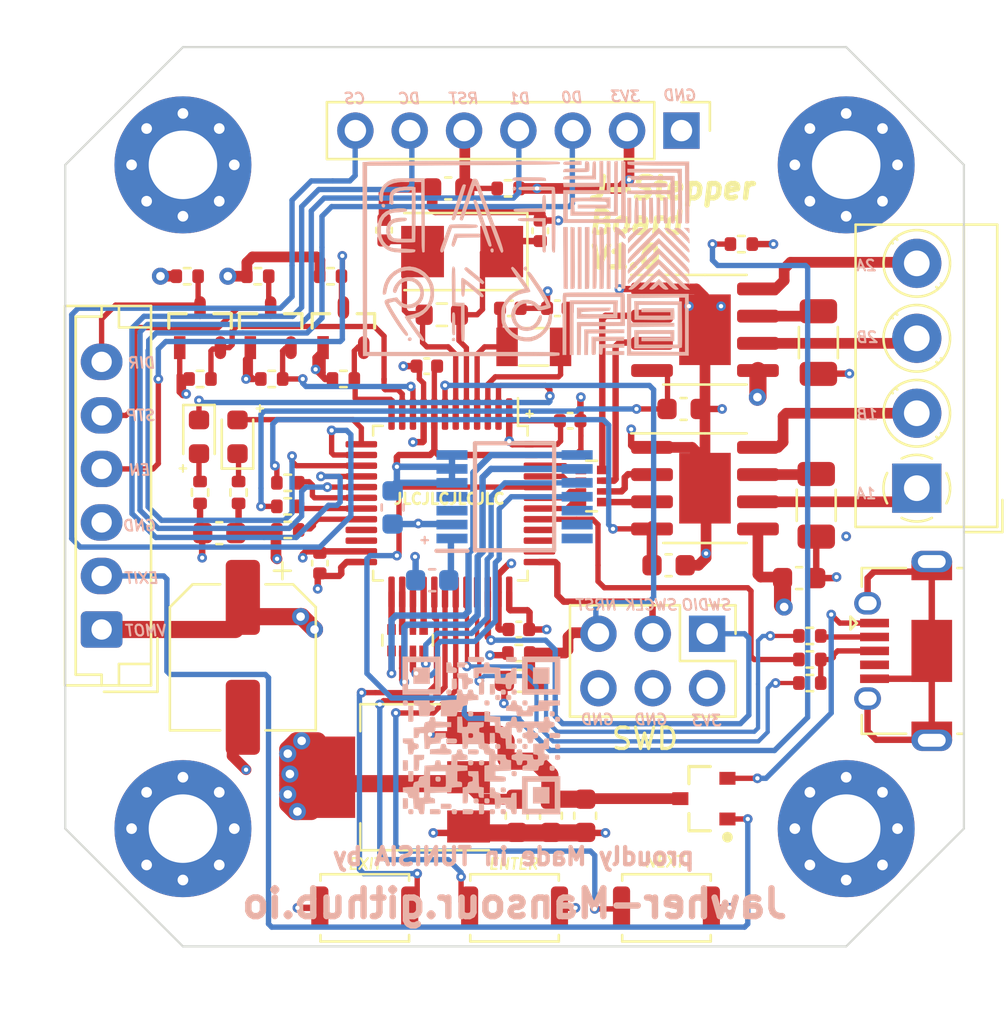
<source format=kicad_pcb>
(kicad_pcb (version 20171130) (host pcbnew "(5.1.8)-1")
  (title_block (title "Stepper Servo") (date 2020-12-02) (rev v1.0) (company "MANSOUR Jawher") (comment 1 "for Kais ALLILA"))
  (layers (0 F.Cu signal) (1 In1.Cu power) (2 In2.Cu power) (31 B.Cu signal) (34 B.Paste user) (35 F.Paste user) (36 B.SilkS user) (37 F.SilkS user) (38 B.Mask user) (39 F.Mask user) (44 Edge.Cuts user))
  (net 0 "")
  (net 1 GND)
  (net 2 "Net-(C1-Pad2)")
  (net 3 VMOT)
  (net 4 "Net-(C3-Pad2)")
  (net 5 OSC32IN)
  (net 6 OSC32OUT)
  (net 7 NRST)
  (net 8 XTALin)
  (net 9 XTALout)
  (net 10 +3V3)
  (net 11 +5V)
  (net 12 "Net-(C15-Pad2)")
  (net 13 "Net-(C17-Pad1)")
  (net 14 "Net-(D1-Pad2)")
  (net 15 bLED)
  (net 16 VBUS)
  (net 17 VCC)
  (net 18 "Net-(IC1-Pad3)")
  (net 19 "Net-(IC1-Pad4)")
  (net 20 "Net-(IC1-Pad8)")
  (net 21 "Net-(IC1-Pad9)")
  (net 22 "Net-(IC1-Pad10)")
  (net 23 "Net-(IC1-Pad11)")
  (net 24 "Net-(IC1-Pad12)")
  (net 25 "Net-(IC1-Pad13)")
  (net 26 "Net-(IC1-Pad14)")
  (net 27 "Net-(J1-Pad4)")
  (net 28 "Net-(J1-Pad3)")
  (net 29 "Net-(J1-Pad2)")
  (net 30 SWDIO)
  (net 31 SWCLK)
  (net 32 2B)
  (net 33 2A)
  (net 34 1A)
  (net 35 1B)
  (net 36 OLED_DO)
  (net 37 OLED_D1)
  (net 38 OLED_DC)
  (net 39 OLED_CS)
  (net 40 EN)
  (net 41 STP)
  (net 42 DIR)
  (net 43 STP1)
  (net 44 EN1)
  (net 45 DIR1)
  (net 46 VREF34)
  (net 47 "Net-(R2-Pad2)")
  (net 48 VREF12)
  (net 49 BOOT1)
  (net 50 BOOT0)
  (net 51 USB_D-)
  (net 52 USB_C)
  (net 53 USB_D+)
  (net 54 "Net-(R11-Pad2)")
  (net 55 rLED)
  (net 56 A2)
  (net 57 SCK)
  (net 58 MISO)
  (net 59 MOSI)
  (net 60 IN4)
  (net 61 IN2)
  (net 62 IN3)
  (net 63 IN1)
  (net 64 A9450_IN3)
  (net 65 A9450_IN4)
  (net 66 A9450_IN2)
  (net 67 A9450_IN1)
  (net 68 EXIT)
  (net 69 ENTER)
  (net 70 NEXT)
  (net 71 "Net-(U2-Pad21)")
  (net 72 "Net-(U2-Pad22)")
  (net 73 "Net-(U2-Pad38)")
  (net 74 "Net-(U2-Pad39)")
  (net 75 "Net-(U2-Pad40)")
  (net 76 "Net-(D2-Pad1)")
  (module Capacitor_SMD:CP_Elec_6.3x5.3 (layer F.Cu) (at 177 79.5 270)
    (fp_text reference C6)
    (fp_text value 100uF)
    (pad 2 smd roundrect (at 2.8 0 270) (size 3.5 1.6) (layers F.Cu F.Paste F.Mask) (roundrect_rratio 0.15625) (net 1 GND))
    (pad 1 smd roundrect (at -2.8 0 270) (size 3.5 1.6) (layers F.Cu F.Paste F.Mask) (roundrect_rratio 0.15625) (net 3 VMOT))
  )
  (module Resistor_SMD:R_0402_1005Metric (layer F.Cu) (at 179.1 73.55 180)
    (fp_text reference R4)
    (fp_text value 10K)
    (pad 2 smd roundrect (at 0.51 0 180) (size 0.54 0.64) (layers F.Cu F.Paste F.Mask) (net 1 GND))
    (pad 1 smd roundrect (at -0.51 0 180) (size 0.54 0.64) (layers F.Cu F.Paste F.Mask) (net 49 BOOT1))
  )
  (module Resistor_SMD:R_0402_1005Metric (layer F.Cu) (at 179.1 71.35)
    (fp_text reference R3)
    (fp_text value 1K)
    (pad 2 smd roundrect (at 0.51 0) (size 0.54 0.64) (layers F.Cu F.Paste F.Mask) (net 48 VREF12))
    (pad 1 smd roundrect (at -0.51 0) (size 0.54 0.64) (layers F.Cu F.Paste F.Mask) (net 4 "Net-(C3-Pad2)"))
  )
  (module Resistor_SMD:R_0402_1005Metric (layer F.Cu) (at 179.1 72.45)
    (fp_text reference R1)
    (fp_text value 1K)
    (pad 2 smd roundrect (at 0.51 0) (size 0.54 0.64) (layers F.Cu F.Paste F.Mask) (net 46 VREF34))
    (pad 1 smd roundrect (at -0.51 0) (size 0.54 0.64) (layers F.Cu F.Paste F.Mask) (net 2 "Net-(C1-Pad2)"))
  )
  (module "Kais Alilla:QRcodeLogo" (layer B.Cu) (at 188.15 83.15 180)
    (fp_text reference G*** hide)
    (fp_text value LOGO hide)
  )
  (module "Kais Alilla:logoFAB619" (layer B.Cu) (at 190.15 60.8 180)
    (fp_text reference G*** hide)
    (fp_text value LOGO hide)
  )
  (module LED_SMD:LED_0603_1608Metric (layer F.Cu) (at 176.75 69.2 90)
    (fp_text reference D2)
    (fp_text value LED_Small)
    (pad 2 smd roundrect (at 0.7875 0 90) (size 0.875 0.95) (layers F.Cu F.Paste F.Mask) (net 55 rLED))
    (pad 1 smd roundrect (at -0.7875 0 90) (size 0.875 0.95) (layers F.Cu F.Paste F.Mask) (net 76 "Net-(D2-Pad1)"))
  )
  (module LED_SMD:LED_0603_1608Metric (layer F.Cu) (at 174.95 69.2 270)
    (fp_text reference D1)
    (fp_text value LED)
    (pad 2 smd roundrect (at 0.7875 0 270) (size 0.875 0.95) (layers F.Cu F.Paste F.Mask) (net 14 "Net-(D1-Pad2)"))
    (pad 1 smd roundrect (at -0.7875 0 270) (size 0.875 0.95) (layers F.Cu F.Paste F.Mask) (net 15 bLED))
  )
  (module Button_Switch_SMD:SW_Push_SPST_NO_Alps_SKRK (layer F.Cu) (at 196.8 91.2)
    (fp_text reference SW3)
    (fp_text value SW_DIP_x01)
    (pad 1 smd roundrect (at -2.1 0) (size 0.8 2) (layers F.Cu F.Paste F.Mask) (net 70 NEXT))
    (pad 2 smd roundrect (at 2.1 0) (size 0.8 2) (layers F.Cu F.Paste F.Mask) (net 1 GND))
  )
  (module Button_Switch_SMD:SW_Push_SPST_NO_Alps_SKRK (layer F.Cu) (at 189.7 91.2)
    (fp_text reference SW2)
    (fp_text value SW_DIP_x01)
    (pad 1 smd roundrect (at -2.1 0) (size 0.8 2) (layers F.Cu F.Paste F.Mask) (net 69 ENTER))
    (pad 2 smd roundrect (at 2.1 0) (size 0.8 2) (layers F.Cu F.Paste F.Mask) (net 1 GND))
  )
  (module Button_Switch_SMD:SW_Push_SPST_NO_Alps_SKRK (layer F.Cu) (at 182.7 91.2 180)
    (fp_text reference SW1)
    (fp_text value SW_DIP_x01)
    (pad 1 smd roundrect (at -2.1 0 180) (size 0.8 2) (layers F.Cu F.Paste F.Mask) (net 68 EXIT))
    (pad 2 smd roundrect (at 2.1 0 180) (size 0.8 2) (layers F.Cu F.Paste F.Mask) (net 1 GND))
  )
  (module Resistor_SMD:R_0402_1005Metric (layer F.Cu) (at 174.4 61.7)
    (fp_text reference R20)
    (fp_text value 10K)
    (pad 2 smd roundrect (at 0.51 0) (size 0.54 0.64) (layers F.Cu F.Paste F.Mask) (net 42 DIR))
    (pad 1 smd roundrect (at -0.51 0) (size 0.54 0.64) (layers F.Cu F.Paste F.Mask) (net 17 VCC))
  )
  (module Resistor_SMD:R_0402_1005Metric (layer F.Cu) (at 175 66.5)
    (fp_text reference R19)
    (fp_text value 10K)
    (pad 2 smd roundrect (at 0.51 0) (size 0.54 0.64) (layers F.Cu F.Paste F.Mask) (net 45 DIR1))
    (pad 1 smd roundrect (at -0.51 0) (size 0.54 0.64) (layers F.Cu F.Paste F.Mask) (net 10 +3V3))
  )
  (module Resistor_SMD:R_0402_1005Metric (layer F.Cu) (at 181.1 61.7)
    (fp_text reference R18)
    (fp_text value 10K)
    (pad 2 smd roundrect (at 0.51 0) (size 0.54 0.64) (layers F.Cu F.Paste F.Mask) (net 40 EN))
    (pad 1 smd roundrect (at -0.51 0) (size 0.54 0.64) (layers F.Cu F.Paste F.Mask) (net 17 VCC))
  )
  (module Resistor_SMD:R_0402_1005Metric (layer F.Cu) (at 181.7 66.5)
    (fp_text reference R17)
    (fp_text value 10K)
    (pad 2 smd roundrect (at 0.51 0) (size 0.54 0.64) (layers F.Cu F.Paste F.Mask) (net 44 EN1))
    (pad 1 smd roundrect (at -0.51 0) (size 0.54 0.64) (layers F.Cu F.Paste F.Mask) (net 10 +3V3))
  )
  (module Resistor_SMD:R_0402_1005Metric (layer F.Cu) (at 177.7 61.7)
    (fp_text reference R16)
    (fp_text value 10K)
    (pad 2 smd roundrect (at 0.51 0) (size 0.54 0.64) (layers F.Cu F.Paste F.Mask) (net 41 STP))
    (pad 1 smd roundrect (at -0.51 0) (size 0.54 0.64) (layers F.Cu F.Paste F.Mask) (net 17 VCC))
  )
  (module Resistor_SMD:R_0402_1005Metric (layer F.Cu) (at 178.35 66.5)
    (fp_text reference R15)
    (fp_text value 10K)
    (pad 2 smd roundrect (at 0.51 0) (size 0.54 0.64) (layers F.Cu F.Paste F.Mask) (net 43 STP1))
    (pad 1 smd roundrect (at -0.51 0) (size 0.54 0.64) (layers F.Cu F.Paste F.Mask) (net 10 +3V3))
  )
  (module Resistor_SMD:R_0402_1005Metric (layer F.Cu) (at 189.4 57.6 180)
    (fp_text reference R14)
    (fp_text value 10K)
    (pad 2 smd roundrect (at 0.51 0 180) (size 0.54 0.64) (layers F.Cu F.Paste F.Mask) (net 12 "Net-(C15-Pad2)"))
    (pad 1 smd roundrect (at -0.51 0 180) (size 0.54 0.64) (layers F.Cu F.Paste F.Mask) (net 10 +3V3))
  )
  (module Resistor_SMD:R_0402_1005Metric (layer F.Cu) (at 176.8 71.8 90)
    (fp_text reference R12)
    (fp_text value 1K)
    (pad 2 smd roundrect (at 0.51 0 90) (size 0.54 0.64) (layers F.Cu F.Paste F.Mask) (net 76 "Net-(D2-Pad1)"))
    (pad 1 smd roundrect (at -0.51 0 90) (size 0.54 0.64) (layers F.Cu F.Paste F.Mask) (net 1 GND))
  )
  (module Resistor_SMD:R_0402_1005Metric (layer F.Cu) (at 175 71.8 270)
    (fp_text reference R10)
    (fp_text value 1K)
    (pad 2 smd roundrect (at 0.51 0 270) (size 0.54 0.64) (layers F.Cu F.Paste F.Mask) (net 10 +3V3))
    (pad 1 smd roundrect (at -0.51 0 270) (size 0.54 0.64) (layers F.Cu F.Paste F.Mask) (net 14 "Net-(D1-Pad2)"))
  )
  (module Resistor_SMD:R_0402_1005Metric (layer F.Cu) (at 189.9 79.3)
    (fp_text reference R8)
    (fp_text value 10K)
    (pad 2 smd roundrect (at 0.51 0) (size 0.54 0.64) (layers F.Cu F.Paste F.Mask) (net 7 NRST))
    (pad 1 smd roundrect (at -0.51 0) (size 0.54 0.64) (layers F.Cu F.Paste F.Mask) (net 10 +3V3))
  )
  (module Resistor_SMD:R_0402_1005Metric (layer F.Cu) (at 200.3 60.2)
    (fp_text reference R5)
    (fp_text value 10K)
    (pad 2 smd roundrect (at 0.51 0) (size 0.54 0.64) (layers F.Cu F.Paste F.Mask) (net 1 GND))
    (pad 1 smd roundrect (at -0.51 0) (size 0.54 0.64) (layers F.Cu F.Paste F.Mask) (net 50 BOOT0))
  )
  (module Capacitor_SMD:C_0402_1005Metric (layer F.Cu) (at 183.6 59.55 90)
    (fp_text reference C9)
    (fp_text value 22pF)
    (pad 2 smd roundrect (at 0.48 0 90) (size 0.56 0.62) (layers F.Cu F.Paste F.Mask) (net 1 GND))
    (pad 1 smd roundrect (at -0.48 0 90) (size 0.56 0.62) (layers F.Cu F.Paste F.Mask) (net 9 XTALout))
  )
  (module Capacitor_SMD:C_0402_1005Metric (layer F.Cu) (at 190.9 59.58 90)
    (fp_text reference C8)
    (fp_text value 22pF)
    (pad 2 smd roundrect (at 0.48 0 90) (size 0.56 0.62) (layers F.Cu F.Paste F.Mask) (net 1 GND))
    (pad 1 smd roundrect (at -0.48 0 90) (size 0.56 0.62) (layers F.Cu F.Paste F.Mask) (net 8 XTALin))
  )
  (module Resistor_SMD:R_0402_1005Metric (layer F.Cu) (at 203.5 80.7 180)
    (fp_text reference R9)
    (fp_text value 22)
    (pad 2 smd roundrect (at 0.51 0 180) (size 0.54 0.64) (layers F.Cu F.Paste F.Mask) (net 53 USB_D+))
    (pad 1 smd roundrect (at -0.51 0 180) (size 0.54 0.64) (layers F.Cu F.Paste F.Mask) (net 28 "Net-(J1-Pad3)"))
  )
  (module Resistor_SMD:R_0402_1005Metric (layer F.Cu) (at 203.5 79.6)
    (fp_text reference R7)
    (fp_text value 1K5)
    (pad 2 smd roundrect (at 0.51 0) (size 0.54 0.64) (layers F.Cu F.Paste F.Mask) (net 28 "Net-(J1-Pad3)"))
    (pad 1 smd roundrect (at -0.51 0) (size 0.54 0.64) (layers F.Cu F.Paste F.Mask) (net 52 USB_C))
  )
  (module Resistor_SMD:R_0402_1005Metric (layer F.Cu) (at 203.5 78.5 180)
    (fp_text reference R6)
    (fp_text value 22)
    (pad 2 smd roundrect (at 0.51 0 180) (size 0.54 0.64) (layers F.Cu F.Paste F.Mask) (net 51 USB_D-))
    (pad 1 smd roundrect (at -0.51 0 180) (size 0.54 0.64) (layers F.Cu F.Paste F.Mask) (net 29 "Net-(J1-Pad2)"))
  )
  (module Capacitor_SMD:C_0402_1005Metric (layer F.Cu) (at 189.9 78.2)
    (fp_text reference C13)
    (fp_text value 100nF)
    (pad 2 smd roundrect (at 0.48 0) (size 0.56 0.62) (layers F.Cu F.Paste F.Mask) (net 10 +3V3))
    (pad 1 smd roundrect (at -0.48 0) (size 0.56 0.62) (layers F.Cu F.Paste F.Mask) (net 1 GND))
  )
  (module Capacitor_SMD:C_0402_1005Metric (layer F.Cu) (at 185.6 65.9 180)
    (fp_text reference C12)
    (fp_text value 100nF)
    (pad 2 smd roundrect (at 0.48 0 180) (size 0.56 0.62) (layers F.Cu F.Paste F.Mask) (net 10 +3V3))
    (pad 1 smd roundrect (at -0.48 0 180) (size 0.56 0.62) (layers F.Cu F.Paste F.Mask) (net 1 GND))
  )
  (module Capacitor_SMD:C_0402_1005Metric (layer F.Cu) (at 192.3 68.45 180)
    (fp_text reference C11)
    (fp_text value 100nF)
    (pad 2 smd roundrect (at 0.48 0 180) (size 0.56 0.62) (layers F.Cu F.Paste F.Mask) (net 10 +3V3))
    (pad 1 smd roundrect (at -0.48 0 180) (size 0.56 0.62) (layers F.Cu F.Paste F.Mask) (net 1 GND))
  )
  (module Capacitor_SMD:C_0402_1005Metric (layer F.Cu) (at 180.6 75.1 270)
    (fp_text reference C10)
    (fp_text value 100nF)
    (pad 2 smd roundrect (at 0.48 0 270) (size 0.56 0.62) (layers F.Cu F.Paste F.Mask) (net 10 +3V3))
    (pad 1 smd roundrect (at -0.48 0 270) (size 0.56 0.62) (layers F.Cu F.Paste F.Mask) (net 1 GND))
  )
  (module Connector_USB:USB_Micro-AB_Molex_47590-0001 (layer F.Cu) (at 209.2 79.2 90)
    (fp_text reference J1)
    (fp_text value USB_B_Micro)
    (pad 6 thru_hole oval (at -2.225 -3 90) (size 1.05 1.25) (drill oval 0.65 0.85) (layers *.Cu *.Mask) (net 1 GND))
    (pad 5 smd rect (at -1.3 -2.675 90) (size 0.4 1.35) (layers F.Cu F.Paste F.Mask) (net 1 GND))
    (pad 4 smd rect (at -0.65 -2.675 90) (size 0.4 1.35) (layers F.Cu F.Paste F.Mask) (net 27 "Net-(J1-Pad4)"))
    (pad 3 smd rect (at 0 -2.675 90) (size 0.4 1.35) (layers F.Cu F.Paste F.Mask) (net 28 "Net-(J1-Pad3)"))
    (pad 1 smd rect (at 1.3 -2.675 90) (size 0.4 1.35) (layers F.Cu F.Paste F.Mask) (net 16 VBUS))
    (pad 6 thru_hole oval (at 2.225 -3 90) (size 1.05 1.25) (drill oval 0.65 0.85) (layers *.Cu *.Mask) (net 1 GND))
    (pad 6 thru_hole oval (at -4.175 0 90) (size 1 1.9) (drill oval 0.6 1.3) (layers *.Cu *.Mask) (net 1 GND))
    (pad 6 thru_hole oval (at 4.175 0 90) (size 1 1.9) (drill oval 0.6 1.3) (layers *.Cu *.Mask) (net 1 GND))
    (pad 2 smd rect (at 0.65 -2.675 90) (size 0.4 1.35) (layers F.Cu F.Paste F.Mask) (net 29 "Net-(J1-Pad2)"))
    (pad 6 smd rect (at 0 0 90) (size 2.9 1.9) (layers F.Cu F.Paste F.Mask) (net 1 GND))
    (pad 6 smd rect (at 3.7375 0 90) (size 0.875 1.9) (layers F.Cu F.Mask) (net 1 GND))
    (pad 6 smd rect (at -3.7375 0 90) (size 0.875 1.9) (layers F.Cu F.Mask) (net 1 GND))
  )
  (module MountingHole:MountingHole_3.2mm_M3_Pad_Via (layer F.Cu) (at 174.2 87.5)
    (fp_text reference H4)
    (fp_text value MountingHole_Pad)
    (pad 1 thru_hole circle (at 1.697056 -1.697056) (size 0.8 0.8) (drill 0.5) (layers *.Cu *.Mask) (net 1 GND))
    (pad 1 thru_hole circle (at 0 -2.4) (size 0.8 0.8) (drill 0.5) (layers *.Cu *.Mask) (net 1 GND))
    (pad 1 thru_hole circle (at -1.697056 -1.697056) (size 0.8 0.8) (drill 0.5) (layers *.Cu *.Mask) (net 1 GND))
    (pad 1 thru_hole circle (at -2.4 0) (size 0.8 0.8) (drill 0.5) (layers *.Cu *.Mask) (net 1 GND))
    (pad 1 thru_hole circle (at -1.697056 1.697056) (size 0.8 0.8) (drill 0.5) (layers *.Cu *.Mask) (net 1 GND))
    (pad 1 thru_hole circle (at 0 2.4) (size 0.8 0.8) (drill 0.5) (layers *.Cu *.Mask) (net 1 GND))
    (pad 1 thru_hole circle (at 1.697056 1.697056) (size 0.8 0.8) (drill 0.5) (layers *.Cu *.Mask) (net 1 GND))
    (pad 1 thru_hole circle (at 2.4 0) (size 0.8 0.8) (drill 0.5) (layers *.Cu *.Mask) (net 1 GND))
    (pad 1 thru_hole circle (at 0 0) (size 6.4 6.4) (drill 3.2) (layers *.Cu *.Mask) (net 1 GND))
  )
  (module MountingHole:MountingHole_3.2mm_M3_Pad_Via (layer F.Cu) (at 205.2 56.5)
    (fp_text reference H3)
    (fp_text value MountingHole_Pad)
    (pad 1 thru_hole circle (at 1.697056 -1.697056) (size 0.8 0.8) (drill 0.5) (layers *.Cu *.Mask) (net 1 GND))
    (pad 1 thru_hole circle (at 0 -2.4) (size 0.8 0.8) (drill 0.5) (layers *.Cu *.Mask) (net 1 GND))
    (pad 1 thru_hole circle (at -1.697056 -1.697056) (size 0.8 0.8) (drill 0.5) (layers *.Cu *.Mask) (net 1 GND))
    (pad 1 thru_hole circle (at -2.4 0) (size 0.8 0.8) (drill 0.5) (layers *.Cu *.Mask) (net 1 GND))
    (pad 1 thru_hole circle (at -1.697056 1.697056) (size 0.8 0.8) (drill 0.5) (layers *.Cu *.Mask) (net 1 GND))
    (pad 1 thru_hole circle (at 0 2.4) (size 0.8 0.8) (drill 0.5) (layers *.Cu *.Mask) (net 1 GND))
    (pad 1 thru_hole circle (at 1.697056 1.697056) (size 0.8 0.8) (drill 0.5) (layers *.Cu *.Mask) (net 1 GND))
    (pad 1 thru_hole circle (at 2.4 0) (size 0.8 0.8) (drill 0.5) (layers *.Cu *.Mask) (net 1 GND))
    (pad 1 thru_hole circle (at 0 0) (size 6.4 6.4) (drill 3.2) (layers *.Cu *.Mask) (net 1 GND))
  )
  (module MountingHole:MountingHole_3.2mm_M3_Pad_Via (layer F.Cu) (at 205.2 87.5)
    (fp_text reference H2)
    (fp_text value MountingHole_Pad)
    (pad 1 thru_hole circle (at 1.697056 -1.697056) (size 0.8 0.8) (drill 0.5) (layers *.Cu *.Mask) (net 1 GND))
    (pad 1 thru_hole circle (at 0 -2.4) (size 0.8 0.8) (drill 0.5) (layers *.Cu *.Mask) (net 1 GND))
    (pad 1 thru_hole circle (at -1.697056 -1.697056) (size 0.8 0.8) (drill 0.5) (layers *.Cu *.Mask) (net 1 GND))
    (pad 1 thru_hole circle (at -2.4 0) (size 0.8 0.8) (drill 0.5) (layers *.Cu *.Mask) (net 1 GND))
    (pad 1 thru_hole circle (at -1.697056 1.697056) (size 0.8 0.8) (drill 0.5) (layers *.Cu *.Mask) (net 1 GND))
    (pad 1 thru_hole circle (at 0 2.4) (size 0.8 0.8) (drill 0.5) (layers *.Cu *.Mask) (net 1 GND))
    (pad 1 thru_hole circle (at 1.697056 1.697056) (size 0.8 0.8) (drill 0.5) (layers *.Cu *.Mask) (net 1 GND))
    (pad 1 thru_hole circle (at 2.4 0) (size 0.8 0.8) (drill 0.5) (layers *.Cu *.Mask) (net 1 GND))
    (pad 1 thru_hole circle (at 0 0) (size 6.4 6.4) (drill 3.2) (layers *.Cu *.Mask) (net 1 GND))
  )
  (module MountingHole:MountingHole_3.2mm_M3_Pad_Via (layer F.Cu) (at 174.2 56.5)
    (fp_text reference H1)
    (fp_text value MountingHole_Pad)
    (pad 1 thru_hole circle (at 1.697056 -1.697056) (size 0.8 0.8) (drill 0.5) (layers *.Cu *.Mask) (net 1 GND))
    (pad 1 thru_hole circle (at 0 -2.4) (size 0.8 0.8) (drill 0.5) (layers *.Cu *.Mask) (net 1 GND))
    (pad 1 thru_hole circle (at -1.697056 -1.697056) (size 0.8 0.8) (drill 0.5) (layers *.Cu *.Mask) (net 1 GND))
    (pad 1 thru_hole circle (at -2.4 0) (size 0.8 0.8) (drill 0.5) (layers *.Cu *.Mask) (net 1 GND))
    (pad 1 thru_hole circle (at -1.697056 1.697056) (size 0.8 0.8) (drill 0.5) (layers *.Cu *.Mask) (net 1 GND))
    (pad 1 thru_hole circle (at 0 2.4) (size 0.8 0.8) (drill 0.5) (layers *.Cu *.Mask) (net 1 GND))
    (pad 1 thru_hole circle (at 1.697056 1.697056) (size 0.8 0.8) (drill 0.5) (layers *.Cu *.Mask) (net 1 GND))
    (pad 1 thru_hole circle (at 2.4 0) (size 0.8 0.8) (drill 0.5) (layers *.Cu *.Mask) (net 1 GND))
    (pad 1 thru_hole circle (at 0 0) (size 6.4 6.4) (drill 3.2) (layers *.Cu *.Mask) (net 1 GND))
  )
  (module Capacitor_SMD:C_0603_1608Metric (layer F.Cu) (at 203 75.8)
    (fp_text reference C2)
    (fp_text value 100nF)
    (pad 2 smd roundrect (at 0.775 0) (size 0.9 0.95) (layers F.Cu F.Paste F.Mask) (net 1 GND))
    (pad 1 smd roundrect (at -0.775 0) (size 0.9 0.95) (layers F.Cu F.Paste F.Mask) (net 3 VMOT))
  )
  (module Capacitor_SMD:C_0603_1608Metric (layer F.Cu) (at 197.6 67.9 180)
    (fp_text reference C1)
    (fp_text value 100nF)
    (pad 1 smd roundrect (at -0.775 0 180) (size 0.9 0.95) (layers F.Cu F.Paste F.Mask) (net 1 GND))
    (pad 2 smd roundrect (at 0.775 0 180) (size 0.9 0.95) (layers F.Cu F.Paste F.Mask) (net 2 "Net-(C1-Pad2)"))
  )
  (module Capacitor_SMD:C_0603_1608Metric (layer F.Cu) (at 196.9 75.2 180)
    (fp_text reference C3)
    (fp_text value 100nF)
    (pad 2 smd roundrect (at 0.775 0 180) (size 0.9 0.95) (layers F.Cu F.Paste F.Mask) (net 4 "Net-(C3-Pad2)"))
    (pad 1 smd roundrect (at -0.775 0 180) (size 0.9 0.95) (layers F.Cu F.Paste F.Mask) (net 1 GND))
  )
  (module Capacitor_SMD:C_0402_1005Metric (layer F.Cu) (at 191.7 63.2 180)
    (fp_text reference C4)
    (fp_text value 10pF)
    (pad 1 smd roundrect (at -0.48 0 180) (size 0.56 0.62) (layers F.Cu F.Paste F.Mask) (net 5 OSC32IN))
    (pad 2 smd roundrect (at 0.48 0 180) (size 0.56 0.62) (layers F.Cu F.Paste F.Mask) (net 1 GND))
  )
  (module Capacitor_SMD:C_0402_1005Metric (layer F.Cu) (at 189.5 63.2)
    (fp_text reference C5)
    (fp_text value 10pF)
    (pad 2 smd roundrect (at 0.48 0) (size 0.56 0.62) (layers F.Cu F.Paste F.Mask) (net 1 GND))
    (pad 1 smd roundrect (at -0.48 0) (size 0.56 0.62) (layers F.Cu F.Paste F.Mask) (net 6 OSC32OUT))
  )
  (module Capacitor_SMD:C_0603_1608Metric (layer F.Cu) (at 190 80.6)
    (fp_text reference C7)
    (fp_text value 100nF)
    (pad 1 smd roundrect (at -0.775 0) (size 0.9 0.95) (layers F.Cu F.Paste F.Mask) (net 1 GND))
    (pad 2 smd roundrect (at 0.775 0) (size 0.9 0.95) (layers F.Cu F.Paste F.Mask) (net 7 NRST))
  )
  (module Capacitor_SMD:C_0603_1608Metric (layer B.Cu) (at 184 72.5 270)
    (fp_text reference C14)
    (fp_text value 100nF)
    (pad 2 smd roundrect (at 0.775 0 270) (size 0.9 0.95) (layers B.Cu B.Paste B.Mask) (net 11 +5V))
    (pad 1 smd roundrect (at -0.775 0 270) (size 0.9 0.95) (layers B.Cu B.Paste B.Mask) (net 1 GND))
  )
  (module Capacitor_SMD:C_0603_1608Metric (layer F.Cu) (at 186.6 57.6)
    (fp_text reference C15)
    (fp_text value 100nF)
    (pad 1 smd roundrect (at -0.775 0) (size 0.9 0.95) (layers F.Cu F.Paste F.Mask) (net 1 GND))
    (pad 2 smd roundrect (at 0.775 0) (size 0.9 0.95) (layers F.Cu F.Paste F.Mask) (net 12 "Net-(C15-Pad2)"))
  )
  (module Capacitor_SMD:C_0603_1608Metric (layer F.Cu) (at 193 86.9 90)
    (fp_text reference C16)
    (fp_text value 100nF)
    (pad 1 smd roundrect (at -0.775 0 90) (size 0.9 0.95) (layers F.Cu F.Paste F.Mask) (net 1 GND))
    (pad 2 smd roundrect (at 0.775 0 90) (size 0.9 0.95) (layers F.Cu F.Paste F.Mask) (net 11 +5V))
  )
  (module Capacitor_SMD:C_0603_1608Metric (layer B.Cu) (at 185.85 75.9 180)
    (fp_text reference C17)
    (fp_text value 100nF)
    (pad 1 smd roundrect (at -0.775 0 180) (size 0.9 0.95) (layers B.Cu B.Paste B.Mask) (net 13 "Net-(C17-Pad1)"))
    (pad 2 smd roundrect (at 0.775 0 180) (size 0.9 0.95) (layers B.Cu B.Paste B.Mask) (net 1 GND))
  )
  (module Capacitor_SMD:C_0603_1608Metric (layer F.Cu) (at 191.4 86.9 90)
    (fp_text reference C18)
    (fp_text value 100nF)
    (pad 2 smd roundrect (at 0.775 0 90) (size 0.9 0.95) (layers F.Cu F.Paste F.Mask) (net 11 +5V))
    (pad 1 smd roundrect (at -0.775 0 90) (size 0.9 0.95) (layers F.Cu F.Paste F.Mask) (net 1 GND))
  )
  (module Capacitor_SMD:C_0603_1608Metric (layer F.Cu) (at 175.9 73.7 180)
    (fp_text reference C19)
    (fp_text value 100nF)
    (pad 2 smd roundrect (at 0.775 0 180) (size 0.9 0.95) (layers F.Cu F.Paste F.Mask) (net 10 +3V3))
    (pad 1 smd roundrect (at -0.775 0 180) (size 0.9 0.95) (layers F.Cu F.Paste F.Mask) (net 1 GND))
  )
  (module Capacitor_SMD:C_0603_1608Metric (layer F.Cu) (at 189.8 86.9 90)
    (fp_text reference C20)
    (fp_text value 100nF)
    (pad 1 smd roundrect (at -0.775 0 90) (size 0.9 0.95) (layers F.Cu F.Paste F.Mask) (net 1 GND))
    (pad 2 smd roundrect (at 0.775 0 90) (size 0.9 0.95) (layers F.Cu F.Paste F.Mask) (net 10 +3V3))
  )
  (module eec:Infineon-BAT64-05-Level_C (layer F.Cu) (at 198.55 86.1 180)
    (fp_text reference D3)
    (fp_text value BAT64-05)
    (pad 1 smd rect (at -1.1 -0.950001 90) (size 0.599999 0.750001) (layers F.Cu F.Paste F.Mask) (net 17 VCC))
    (pad 2 smd rect (at -1.1 0.949998 90) (size 0.599999 0.750001) (layers F.Cu F.Paste F.Mask) (net 16 VBUS))
    (pad 3 smd rect (at 1.1 -0.000001 90) (size 0.599999 0.750001) (layers F.Cu F.Paste F.Mask) (net 11 +5V))
  )
  (module A1333LLETR-5-T:SOP65P640X125-14N (layer B.Cu) (at 189.7 72)
    (fp_text reference IC1)
    (fp_text value A1333LLETR-5-T hide)
    (pad 1 smd rect (at -2.925 1.95 270) (size 0.45 1.45) (layers B.Cu B.Paste B.Mask) (net 13 "Net-(C17-Pad1)"))
    (pad 2 smd rect (at -2.925 1.3 270) (size 0.45 1.45) (layers B.Cu B.Paste B.Mask) (net 11 +5V))
    (pad 3 smd rect (at -2.925 0.65 270) (size 0.45 1.45) (layers B.Cu B.Paste B.Mask) (net 18 "Net-(IC1-Pad3)"))
    (pad 4 smd rect (at -2.925 0 270) (size 0.45 1.45) (layers B.Cu B.Paste B.Mask) (net 19 "Net-(IC1-Pad4)"))
    (pad 5 smd rect (at -2.925 -0.65 270) (size 0.45 1.45) (layers B.Cu B.Paste B.Mask) (net 1 GND))
    (pad 6 smd rect (at -2.925 -1.3 270) (size 0.45 1.45) (layers B.Cu B.Paste B.Mask) (net 1 GND))
    (pad 7 smd rect (at -2.925 -1.95 270) (size 0.45 1.45) (layers B.Cu B.Paste B.Mask) (net 1 GND))
    (pad 8 smd rect (at 2.925 -1.95 270) (size 0.45 1.45) (layers B.Cu B.Paste B.Mask) (net 20 "Net-(IC1-Pad8)"))
    (pad 9 smd rect (at 2.925 -1.3 270) (size 0.45 1.45) (layers B.Cu B.Paste B.Mask) (net 21 "Net-(IC1-Pad9)"))
    (pad 10 smd rect (at 2.925 -0.65 270) (size 0.45 1.45) (layers B.Cu B.Paste B.Mask) (net 22 "Net-(IC1-Pad10)"))
    (pad 11 smd rect (at 2.925 0 270) (size 0.45 1.45) (layers B.Cu B.Paste B.Mask) (net 23 "Net-(IC1-Pad11)"))
    (pad 12 smd rect (at 2.925 0.65 270) (size 0.45 1.45) (layers B.Cu B.Paste B.Mask) (net 24 "Net-(IC1-Pad12)"))
    (pad 13 smd rect (at 2.925 1.3 270) (size 0.45 1.45) (layers B.Cu B.Paste B.Mask) (net 25 "Net-(IC1-Pad13)"))
    (pad 14 smd rect (at 2.925 1.95 270) (size 0.45 1.45) (layers B.Cu B.Paste B.Mask) (net 26 "Net-(IC1-Pad14)"))
  )
  (module Connector_PinHeader_2.54mm:PinHeader_2x03_P2.54mm_Vertical (layer F.Cu) (at 198.7 78.4 270)
    (fp_text reference J2)
    (fp_text value SWD)
    (pad 1 thru_hole rect (at 0 0 270) (size 1.7 1.7) (drill 1) (layers *.Cu *.Mask) (net 30 SWDIO))
    (pad 2 thru_hole oval (at 2.54 0 270) (size 1.7 1.7) (drill 1) (layers *.Cu *.Mask) (net 10 +3V3))
    (pad 3 thru_hole oval (at 0 2.54 270) (size 1.7 1.7) (drill 1) (layers *.Cu *.Mask) (net 31 SWCLK))
    (pad 4 thru_hole oval (at 2.54 2.54 270) (size 1.7 1.7) (drill 1) (layers *.Cu *.Mask) (net 1 GND))
    (pad 5 thru_hole oval (at 0 5.08 270) (size 1.7 1.7) (drill 1) (layers *.Cu *.Mask) (net 7 NRST))
    (pad 6 thru_hole oval (at 2.54 5.08 270) (size 1.7 1.7) (drill 1) (layers *.Cu *.Mask) (net 1 GND))
  )
  (module TerminalBlock_MetzConnect:TerminalBlock_MetzConnect_Type059_RT06304HBWC_1x04_P3.50mm_Horizontal (layer F.Cu) (at 208.5 71.6 90)
    (fp_text reference J3)
    (fp_text value Motor)
    (pad 1 thru_hole rect (at 0 0 90) (size 2.3 2.3) (drill 1.2) (layers *.Cu *.Mask) (net 34 1A))
    (pad 2 thru_hole circle (at 3.5 0 90) (size 2.3 2.3) (drill 1.2) (layers *.Cu *.Mask) (net 35 1B))
    (pad 3 thru_hole circle (at 7 0 90) (size 2.3 2.3) (drill 1.2) (layers *.Cu *.Mask) (net 32 2B))
    (pad 4 thru_hole circle (at 10.5 0 90) (size 2.3 2.3) (drill 1.2) (layers *.Cu *.Mask) (net 33 2A))
  )
  (module Connector_PinHeader_2.54mm:PinHeader_1x07_P2.54mm_Vertical (layer F.Cu) (at 197.5 54.9 270)
    (fp_text reference J4)
    (fp_text value Screen)
    (pad 1 thru_hole rect (at 0 0 270) (size 1.7 1.7) (drill 1) (layers *.Cu *.Mask) (net 1 GND))
    (pad 2 thru_hole oval (at 0 2.54 270) (size 1.7 1.7) (drill 1) (layers *.Cu *.Mask) (net 10 +3V3))
    (pad 3 thru_hole oval (at 0 5.08 270) (size 1.7 1.7) (drill 1) (layers *.Cu *.Mask) (net 36 OLED_DO))
    (pad 4 thru_hole oval (at 0 7.62 270) (size 1.7 1.7) (drill 1) (layers *.Cu *.Mask) (net 37 OLED_D1))
    (pad 5 thru_hole oval (at 0 10.16 270) (size 1.7 1.7) (drill 1) (layers *.Cu *.Mask) (net 12 "Net-(C15-Pad2)"))
    (pad 6 thru_hole oval (at 0 12.7 270) (size 1.7 1.7) (drill 1) (layers *.Cu *.Mask) (net 38 OLED_DC))
    (pad 7 thru_hole oval (at 0 15.24 270) (size 1.7 1.7) (drill 1) (layers *.Cu *.Mask) (net 39 OLED_CS))
  )
  (module Connector_JST:JST_EH_B6B-EH-A_1x06_P2.50mm_Vertical (layer F.Cu) (at 170.4 78.2 90)
    (fp_text reference J5)
    (fp_text value Inputs)
    (pad 1 thru_hole roundrect (at 0 0 90) (size 1.7 1.95) (drill 0.95) (layers *.Cu *.Mask) (roundrect_rratio 0.1470588235294118) (net 3 VMOT))
    (pad 2 thru_hole oval (at 2.5 0 90) (size 1.7 1.95) (drill 0.95) (layers *.Cu *.Mask) (net 17 VCC))
    (pad 3 thru_hole oval (at 5 0 90) (size 1.7 1.95) (drill 0.95) (layers *.Cu *.Mask) (net 1 GND))
    (pad 4 thru_hole oval (at 7.5 0 90) (size 1.7 1.95) (drill 0.95) (layers *.Cu *.Mask) (net 40 EN))
    (pad 5 thru_hole oval (at 10 0 90) (size 1.7 1.95) (drill 0.95) (layers *.Cu *.Mask) (net 41 STP))
    (pad 6 thru_hole oval (at 12.5 0 90) (size 1.7 1.95) (drill 0.95) (layers *.Cu *.Mask) (net 42 DIR))
  )
  (module FDN337N:ON_Semi-527AG-01-12_2008-O-IPC_C (layer F.Cu) (at 178.3 64.1 90)
    (fp_text reference Q1)
    (fp_text value FDN337N)
    (pad 2 smd roundrect (at 0.935 0 90) (size 1.074609 0.537986) (layers F.Cu F.Paste F.Mask) (roundrect_rratio 0.5) (net 41 STP))
    (pad 3 smd roundrect (at -0.934999 0.95 90) (size 1.074609 0.537986) (layers F.Cu F.Paste F.Mask) (roundrect_rratio 0.5) (net 43 STP1))
    (pad 1 smd rect (at -0.935 -0.95 90) (size 1.074609 0.537986) (layers F.Cu F.Paste F.Mask) (net 10 +3V3))
  )
  (module FDN337N:ON_Semi-527AG-01-12_2008-O-IPC_C (layer F.Cu) (at 181.7 64.1 90)
    (fp_text reference Q2)
    (fp_text value FDN337N)
    (pad 1 smd rect (at -0.935 -0.95 90) (size 1.074609 0.537986) (layers F.Cu F.Paste F.Mask) (net 10 +3V3))
    (pad 3 smd roundrect (at -0.934999 0.95 90) (size 1.074609 0.537986) (layers F.Cu F.Paste F.Mask) (roundrect_rratio 0.5) (net 44 EN1))
    (pad 2 smd roundrect (at 0.935 0 90) (size 1.074609 0.537986) (layers F.Cu F.Paste F.Mask) (roundrect_rratio 0.5) (net 40 EN))
  )
  (module FDN337N:ON_Semi-527AG-01-12_2008-O-IPC_C (layer F.Cu) (at 175 64.1 90)
    (fp_text reference Q3)
    (fp_text value FDN337N)
    (pad 1 smd rect (at -0.935 -0.95 90) (size 1.074609 0.537986) (layers F.Cu F.Paste F.Mask) (net 10 +3V3))
    (pad 3 smd roundrect (at -0.934999 0.95 90) (size 1.074609 0.537986) (layers F.Cu F.Paste F.Mask) (roundrect_rratio 0.5) (net 45 DIR1))
    (pad 2 smd roundrect (at 0.935 0 90) (size 1.074609 0.537986) (layers F.Cu F.Paste F.Mask) (roundrect_rratio 0.5) (net 42 DIR))
  )
  (module Resistor_SMD:R_1206_3216Metric (layer F.Cu) (at 203.9 64.8 90)
    (fp_text reference R2)
    (fp_text value 0.1)
    (pad 2 smd roundrect (at 1.4625 0 90) (size 1.125 1.75) (layers F.Cu F.Paste F.Mask) (roundrect_rratio 0.2222204444444444) (net 47 "Net-(R2-Pad2)"))
    (pad 1 smd roundrect (at -1.4625 0 90) (size 1.125 1.75) (layers F.Cu F.Paste F.Mask) (roundrect_rratio 0.2222204444444444) (net 1 GND))
  )
  (module Resistor_SMD:R_1206_3216Metric (layer F.Cu) (at 203.8 72.4 90)
    (fp_text reference R11)
    (fp_text value 0.1)
    (pad 1 smd roundrect (at -1.4625 0 90) (size 1.125 1.75) (layers F.Cu F.Paste F.Mask) (roundrect_rratio 0.2222204444444444) (net 1 GND))
    (pad 2 smd roundrect (at 1.4625 0 90) (size 1.125 1.75) (layers F.Cu F.Paste F.Mask) (roundrect_rratio 0.2222204444444444) (net 54 "Net-(R11-Pad2)"))
  )
  (module Resistor_SMD:R_0603_1608Metric (layer F.Cu) (at 186.3 63.5 180)
    (fp_text reference R13)
    (fp_text value 1M)
    (pad 1 smd roundrect (at -0.825 0 180) (size 0.8 0.95) (layers F.Cu F.Paste F.Mask) (net 8 XTALin))
    (pad 2 smd roundrect (at 0.825 0 180) (size 0.8 0.95) (layers F.Cu F.Paste F.Mask) (net 9 XTALout))
  )
  (module Resistor_SMD:R_Array_Convex_4x0402 (layer F.Cu) (at 184.7 78.7 90)
    (fp_text reference RN1)
    (fp_text value 10)
    (pad 5 smd rect (at 0.5 0.75 90) (size 0.5 0.4) (layers F.Cu F.Paste F.Mask) (net 59 MOSI))
    (pad 6 smd rect (at 0.5 0.25 90) (size 0.5 0.3) (layers F.Cu F.Paste F.Mask) (net 58 MISO))
    (pad 8 smd rect (at 0.5 -0.75 90) (size 0.5 0.4) (layers F.Cu F.Paste F.Mask) (net 56 A2))
    (pad 7 smd rect (at 0.5 -0.25 90) (size 0.5 0.3) (layers F.Cu F.Paste F.Mask) (net 57 SCK))
    (pad 4 smd rect (at -0.5 0.75 90) (size 0.5 0.4) (layers F.Cu F.Paste F.Mask) (net 22 "Net-(IC1-Pad10)"))
    (pad 2 smd rect (at -0.5 -0.25 90) (size 0.5 0.3) (layers F.Cu F.Paste F.Mask) (net 21 "Net-(IC1-Pad9)"))
    (pad 3 smd rect (at -0.5 0.25 90) (size 0.5 0.3) (layers F.Cu F.Paste F.Mask) (net 23 "Net-(IC1-Pad11)"))
    (pad 1 smd rect (at -0.5 -0.75 90) (size 0.5 0.4) (layers F.Cu F.Paste F.Mask) (net 20 "Net-(IC1-Pad8)"))
  )
  (module Resistor_SMD:R_Array_Convex_4x0402 (layer F.Cu) (at 193.3 71.5 180)
    (fp_text reference RN2)
    (fp_text value 100)
    (pad 1 smd rect (at -0.5 -0.75 180) (size 0.5 0.4) (layers F.Cu F.Paste F.Mask) (net 63 IN1))
    (pad 3 smd rect (at -0.5 0.25 180) (size 0.5 0.3) (layers F.Cu F.Paste F.Mask) (net 62 IN3))
    (pad 2 smd rect (at -0.5 -0.25 180) (size 0.5 0.3) (layers F.Cu F.Paste F.Mask) (net 61 IN2))
    (pad 4 smd rect (at -0.5 0.75 180) (size 0.5 0.4) (layers F.Cu F.Paste F.Mask) (net 60 IN4))
    (pad 7 smd rect (at 0.5 -0.25 180) (size 0.5 0.3) (layers F.Cu F.Paste F.Mask) (net 66 A9450_IN2))
    (pad 8 smd rect (at 0.5 -0.75 180) (size 0.5 0.4) (layers F.Cu F.Paste F.Mask) (net 67 A9450_IN1))
    (pad 6 smd rect (at 0.5 0.25 180) (size 0.5 0.3) (layers F.Cu F.Paste F.Mask) (net 64 A9450_IN3))
    (pad 5 smd rect (at 0.5 0.75 180) (size 0.5 0.4) (layers F.Cu F.Paste F.Mask) (net 65 A9450_IN4))
  )
  (module Package_SO:SOIC-8-1EP_3.9x4.9mm_P1.27mm_EP2.41x3.3mm (layer F.Cu) (at 198.6 64.2)
    (fp_text reference U1)
    (fp_text value A4950E)
    (pad 1 smd roundrect (at -2.475 -1.905) (size 1.95 0.6) (layers F.Cu F.Paste F.Mask) (net 1 GND))
    (pad 2 smd roundrect (at -2.475 -0.635) (size 1.95 0.6) (layers F.Cu F.Paste F.Mask) (net 60 IN4))
    (pad 3 smd roundrect (at -2.475 0.635) (size 1.95 0.6) (layers F.Cu F.Paste F.Mask) (net 62 IN3))
    (pad 4 smd roundrect (at -2.475 1.905) (size 1.95 0.6) (layers F.Cu F.Paste F.Mask) (net 2 "Net-(C1-Pad2)"))
    (pad 5 smd roundrect (at 2.475 1.905) (size 1.95 0.6) (layers F.Cu F.Paste F.Mask) (net 3 VMOT))
    (pad 6 smd roundrect (at 2.475 0.635) (size 1.95 0.6) (layers F.Cu F.Paste F.Mask) (net 32 2B))
    (pad 7 smd roundrect (at 2.475 -0.635) (size 1.95 0.6) (layers F.Cu F.Paste F.Mask) (net 47 "Net-(R2-Pad2)"))
    (pad 8 smd roundrect (at 2.475 -1.905) (size 1.95 0.6) (layers F.Cu F.Paste F.Mask) (net 33 2A))
    (pad 9 smd rect (at 0 0) (size 2.41 3.3) (layers F.Cu F.Mask) (net 1 GND))
  )
  (module Package_QFP:LQFP-48_7x7mm_P0.5mm (layer F.Cu) (at 186.7 72.3 270)
    (fp_text reference U2)
    (fp_text value STM32F103C8T6)
    (pad 1 smd roundrect (at -4.1625 -2.75 270) (size 1.475 0.3) (layers F.Cu F.Paste F.Mask) (net 10 +3V3))
    (pad 2 smd roundrect (at -4.1625 -2.25 270) (size 1.475 0.3) (layers F.Cu F.Paste F.Mask) (net 15 bLED))
    (pad 3 smd roundrect (at -4.1625 -1.75 270) (size 1.475 0.3) (layers F.Cu F.Paste F.Mask) (net 5 OSC32IN))
    (pad 4 smd roundrect (at -4.1625 -1.25 270) (size 1.475 0.3) (layers F.Cu F.Paste F.Mask) (net 6 OSC32OUT))
    (pad 5 smd roundrect (at -4.1625 -0.75 270) (size 1.475 0.3) (layers F.Cu F.Paste F.Mask) (net 8 XTALin))
    (pad 6 smd roundrect (at -4.1625 -0.25 270) (size 1.475 0.3) (layers F.Cu F.Paste F.Mask) (net 9 XTALout))
    (pad 7 smd roundrect (at -4.1625 0.25 270) (size 1.475 0.3) (layers F.Cu F.Paste F.Mask) (net 7 NRST))
    (pad 8 smd roundrect (at -4.1625 0.75 270) (size 1.475 0.3) (layers F.Cu F.Paste F.Mask) (net 1 GND))
    (pad 9 smd roundrect (at -4.1625 1.25 270) (size 1.475 0.3) (layers F.Cu F.Paste F.Mask) (net 10 +3V3))
    (pad 10 smd roundrect (at -4.1625 1.75 270) (size 1.475 0.3) (layers F.Cu F.Paste F.Mask) (net 43 STP1))
    (pad 11 smd roundrect (at -4.1625 2.25 270) (size 1.475 0.3) (layers F.Cu F.Paste F.Mask) (net 45 DIR1))
    (pad 12 smd roundrect (at -4.1625 2.75 270) (size 1.475 0.3) (layers F.Cu F.Paste F.Mask) (net 44 EN1))
    (pad 13 smd roundrect (at -2.75 4.1625 270) (size 0.3 1.475) (layers F.Cu F.Paste F.Mask) (net 55 rLED))
    (pad 14 smd roundrect (at -2.25 4.1625 270) (size 0.3 1.475) (layers F.Cu F.Paste F.Mask) (net 39 OLED_CS))
    (pad 15 smd roundrect (at -1.75 4.1625 270) (size 0.3 1.475) (layers F.Cu F.Paste F.Mask) (net 36 OLED_DO))
    (pad 16 smd roundrect (at -1.25 4.1625 270) (size 0.3 1.475) (layers F.Cu F.Paste F.Mask) (net 38 OLED_DC))
    (pad 17 smd roundrect (at -0.75 4.1625 270) (size 0.3 1.475) (layers F.Cu F.Paste F.Mask) (net 37 OLED_D1))
    (pad 18 smd roundrect (at -0.25 4.1625 270) (size 0.3 1.475) (layers F.Cu F.Paste F.Mask) (net 48 VREF12))
    (pad 19 smd roundrect (at 0.25 4.1625 270) (size 0.3 1.475) (layers F.Cu F.Paste F.Mask) (net 46 VREF34))
    (pad 20 smd roundrect (at 0.75 4.1625 270) (size 0.3 1.475) (layers F.Cu F.Paste F.Mask) (net 49 BOOT1))
    (pad 21 smd roundrect (at 1.25 4.1625 270) (size 0.3 1.475) (layers F.Cu F.Paste F.Mask) (net 71 "Net-(U2-Pad21)"))
    (pad 22 smd roundrect (at 1.75 4.1625 270) (size 0.3 1.475) (layers F.Cu F.Paste F.Mask) (net 72 "Net-(U2-Pad22)"))
    (pad 23 smd roundrect (at 2.25 4.1625 270) (size 0.3 1.475) (layers F.Cu F.Paste F.Mask) (net 1 GND))
    (pad 24 smd roundrect (at 2.75 4.1625 270) (size 0.3 1.475) (layers F.Cu F.Paste F.Mask) (net 10 +3V3))
    (pad 25 smd roundrect (at 4.1625 2.75 270) (size 1.475 0.3) (layers F.Cu F.Paste F.Mask) (net 56 A2))
    (pad 26 smd roundrect (at 4.1625 2.25 270) (size 1.475 0.3) (layers F.Cu F.Paste F.Mask) (net 57 SCK))
    (pad 27 smd roundrect (at 4.1625 1.75 270) (size 1.475 0.3) (layers F.Cu F.Paste F.Mask) (net 58 MISO))
    (pad 28 smd roundrect (at 4.1625 1.25 270) (size 1.475 0.3) (layers F.Cu F.Paste F.Mask) (net 59 MOSI))
    (pad 29 smd roundrect (at 4.1625 0.75 270) (size 1.475 0.3) (layers F.Cu F.Paste F.Mask) (net 68 EXIT))
    (pad 30 smd roundrect (at 4.1625 0.25 270) (size 1.475 0.3) (layers F.Cu F.Paste F.Mask) (net 69 ENTER))
    (pad 31 smd roundrect (at 4.1625 -0.25 270) (size 1.475 0.3) (layers F.Cu F.Paste F.Mask) (net 70 NEXT))
    (pad 32 smd roundrect (at 4.1625 -0.75 270) (size 1.475 0.3) (layers F.Cu F.Paste F.Mask) (net 51 USB_D-))
    (pad 33 smd roundrect (at 4.1625 -1.25 270) (size 1.475 0.3) (layers F.Cu F.Paste F.Mask) (net 53 USB_D+))
    (pad 34 smd roundrect (at 4.1625 -1.75 270) (size 1.475 0.3) (layers F.Cu F.Paste F.Mask) (net 30 SWDIO))
    (pad 35 smd roundrect (at 4.1625 -2.25 270) (size 1.475 0.3) (layers F.Cu F.Paste F.Mask) (net 1 GND))
    (pad 36 smd roundrect (at 4.1625 -2.75 270) (size 1.475 0.3) (layers F.Cu F.Paste F.Mask) (net 10 +3V3))
    (pad 37 smd roundrect (at 2.75 -4.1625 270) (size 0.3 1.475) (layers F.Cu F.Paste F.Mask) (net 31 SWCLK))
    (pad 38 smd roundrect (at 2.25 -4.1625 270) (size 0.3 1.475) (layers F.Cu F.Paste F.Mask) (net 73 "Net-(U2-Pad38)"))
    (pad 39 smd roundrect (at 1.75 -4.1625 270) (size 0.3 1.475) (layers F.Cu F.Paste F.Mask) (net 74 "Net-(U2-Pad39)"))
    (pad 40 smd roundrect (at 1.25 -4.1625 270) (size 0.3 1.475) (layers F.Cu F.Paste F.Mask) (net 75 "Net-(U2-Pad40)"))
    (pad 41 smd roundrect (at 0.75 -4.1625 270) (size 0.3 1.475) (layers F.Cu F.Paste F.Mask) (net 52 USB_C))
    (pad 42 smd roundrect (at 0.25 -4.1625 270) (size 0.3 1.475) (layers F.Cu F.Paste F.Mask) (net 67 A9450_IN1))
    (pad 43 smd roundrect (at -0.25 -4.1625 270) (size 0.3 1.475) (layers F.Cu F.Paste F.Mask) (net 66 A9450_IN2))
    (pad 44 smd roundrect (at -0.75 -4.1625 270) (size 0.3 1.475) (layers F.Cu F.Paste F.Mask) (net 50 BOOT0))
    (pad 45 smd roundrect (at -1.25 -4.1625 270) (size 0.3 1.475) (layers F.Cu F.Paste F.Mask) (net 64 A9450_IN3))
    (pad 46 smd roundrect (at -1.75 -4.1625 270) (size 0.3 1.475) (layers F.Cu F.Paste F.Mask) (net 65 A9450_IN4))
    (pad 47 smd roundrect (at -2.25 -4.1625 270) (size 0.3 1.475) (layers F.Cu F.Paste F.Mask) (net 1 GND))
    (pad 48 smd roundrect (at -2.75 -4.1625 270) (size 0.3 1.475) (layers F.Cu F.Paste F.Mask) (net 10 +3V3))
  )
  (module Package_SO:SOIC-8-1EP_3.9x4.9mm_P1.27mm_EP2.41x3.3mm (layer F.Cu) (at 198.6 71.6)
    (fp_text reference U3)
    (fp_text value A4950E)
    (pad 9 smd rect (at 0 0) (size 2.41 3.3) (layers F.Cu F.Mask) (net 1 GND))
    (pad 8 smd roundrect (at 2.475 -1.905) (size 1.95 0.6) (layers F.Cu F.Paste F.Mask) (net 35 1B))
    (pad 7 smd roundrect (at 2.475 -0.635) (size 1.95 0.6) (layers F.Cu F.Paste F.Mask) (net 54 "Net-(R11-Pad2)"))
    (pad 6 smd roundrect (at 2.475 0.635) (size 1.95 0.6) (layers F.Cu F.Paste F.Mask) (net 34 1A))
    (pad 5 smd roundrect (at 2.475 1.905) (size 1.95 0.6) (layers F.Cu F.Paste F.Mask) (net 3 VMOT))
    (pad 4 smd roundrect (at -2.475 1.905) (size 1.95 0.6) (layers F.Cu F.Paste F.Mask) (net 4 "Net-(C3-Pad2)"))
    (pad 3 smd roundrect (at -2.475 0.635) (size 1.95 0.6) (layers F.Cu F.Paste F.Mask) (net 63 IN1))
    (pad 2 smd roundrect (at -2.475 -0.635) (size 1.95 0.6) (layers F.Cu F.Paste F.Mask) (net 61 IN2))
    (pad 1 smd roundrect (at -2.475 -1.905) (size 1.95 0.6) (layers F.Cu F.Paste F.Mask) (net 1 GND))
  )
  (module Package_TO_SOT_SMD:SOT-223-3_TabPin2 (layer F.Cu) (at 184.4 85.1 180)
    (fp_text reference U4)
    (fp_text value AMS1117-3.3)
    (pad 2 smd rect (at 3.15 0 180) (size 2 3.8) (layers F.Cu F.Paste F.Mask) (net 10 +3V3))
    (pad 2 smd rect (at -3.15 0 180) (size 2 1.5) (layers F.Cu F.Paste F.Mask) (net 10 +3V3))
    (pad 3 smd rect (at -3.15 2.3 180) (size 2 1.5) (layers F.Cu F.Paste F.Mask) (net 11 +5V))
    (pad 1 smd rect (at -3.15 -2.3 180) (size 2 1.5) (layers F.Cu F.Paste F.Mask) (net 1 GND))
  )
  (module Crystal:Crystal_SMD_3215-2Pin_3.2x1.5mm (layer F.Cu) (at 190.6 65)
    (fp_text reference Y1)
    (fp_text value 32K768)
    (pad 1 smd rect (at 1.25 0) (size 1 1.8) (layers F.Cu F.Paste F.Mask) (net 5 OSC32IN))
    (pad 2 smd rect (at -1.25 0) (size 1 1.8) (layers F.Cu F.Paste F.Mask) (net 6 OSC32OUT))
  )
  (module Crystal:Crystal_SMD_5032-2Pin_5.0x3.2mm (layer F.Cu) (at 187.25 60.55 180)
    (fp_text reference Y2)
    (fp_text value 8MHz)
    (pad 1 smd rect (at -1.85 0 180) (size 2 2.4) (layers F.Cu F.Paste F.Mask) (net 8 XTALin))
    (pad 2 smd rect (at 1.85 0 180) (size 2 2.4) (layers F.Cu F.Paste F.Mask) (net 9 XTALout))
  )
  (gr_text JLCJLCJLCJLC (at 186.65 72.1) (layer F.SilkS) (effects (font (size 0.5 0.5) (thickness 0.125))))
  (gr_text 2A (at 206.15 61.2) (layer B.SilkS) (effects (font (size 0.5 0.5) (thickness 0.1) italic) (justify mirror)))
  (gr_text 2B (at 206.2 64.55) (layer B.SilkS) (effects (font (size 0.5 0.5) (thickness 0.1) italic) (justify mirror)))
  (gr_text 1B (at 206.2 68.15) (layer B.SilkS) (effects (font (size 0.5 0.5) (thickness 0.1) italic) (justify mirror)))
  (gr_text "1A\n" (at 206.15 71.85) (layer B.SilkS) (effects (font (size 0.5 0.5) (thickness 0.1) italic) (justify mirror)))
  (gr_text "GND\n" (at 193.6 82.4) (layer B.SilkS) (effects (font (size 0.5 0.5) (thickness 0.1) italic) (justify mirror)))
  (gr_text "GND\n" (at 196.1 82.4) (layer B.SilkS) (effects (font (size 0.5 0.5) (thickness 0.1) italic) (justify mirror)))
  (gr_text "3V3\n" (at 198.7 82.45) (layer B.SilkS) (effects (font (size 0.5 0.5) (thickness 0.1) italic) (justify mirror)))
  (gr_text SWDIO (at 198.7 77.05) (layer B.SilkS) (effects (font (size 0.5 0.5) (thickness 0.1) italic) (justify mirror)))
  (gr_text "SWCLK\n" (at 196.1 77.05) (layer B.SilkS) (effects (font (size 0.5 0.5) (thickness 0.1) italic) (justify mirror)))
  (gr_text NRST (at 193.55 77.05) (layer B.SilkS) (effects (font (size 0.5 0.5) (thickness 0.1) italic) (justify mirror)))
  (gr_text "GND\n" (at 197.45 53.25) (layer B.SilkS) (effects (font (size 0.5 0.5) (thickness 0.1) italic) (justify mirror)))
  (gr_text "3V3\n" (at 194.9 53.3) (layer B.SilkS) (effects (font (size 0.5 0.5) (thickness 0.1) italic) (justify mirror)))
  (gr_text "D0\n" (at 192.4 53.35) (layer B.SilkS) (effects (font (size 0.5 0.5) (thickness 0.1) italic) (justify mirror)))
  (gr_text D1 (at 189.95 53.4) (layer B.SilkS) (effects (font (size 0.5 0.5) (thickness 0.1) italic) (justify mirror)))
  (gr_text RST (at 187.35 53.4) (layer B.SilkS) (effects (font (size 0.5 0.5) (thickness 0.1) italic) (justify mirror)))
  (gr_text DC (at 184.8 53.4) (layer B.SilkS) (effects (font (size 0.5 0.5) (thickness 0.1) italic) (justify mirror)))
  (gr_text "CS\n" (at 182.25 53.4) (layer B.SilkS) (effects (font (size 0.5 0.5) (thickness 0.1) italic) (justify mirror)))
  (gr_text "VMOT\n" (at 172.5 78.25) (layer B.SilkS) (effects (font (size 0.5 0.5) (thickness 0.1) italic) (justify mirror)))
  (gr_text "EXIT\n" (at 172.3 75.8) (layer B.SilkS) (effects (font (size 0.5 0.5) (thickness 0.1) italic) (justify mirror)))
  (gr_text "GND\n" (at 172.2 73.35) (layer B.SilkS) (effects (font (size 0.5 0.5) (thickness 0.1) italic) (justify mirror)))
  (gr_text "EN\n" (at 172.2 70.75) (layer B.SilkS) (effects (font (size 0.5 0.5) (thickness 0.1) italic) (justify mirror)))
  (gr_text "STP\n" (at 172.25 68.2) (layer B.SilkS) (effects (font (size 0.5 0.5) (thickness 0.1) italic) (justify mirror)))
  (gr_text "DIR\n" (at 172.3 65.75) (layer B.SilkS) (effects (font (size 0.5 0.5) (thickness 0.1) italic) (justify mirror)))
  (gr_text "J-Stepper\nBoard\nV1.0" (at 193.05 59.2) (layer F.SilkS) (effects (font (size 1 1) (thickness 0.25) italic) (justify left)))
  (gr_text + (at 185.5 74) (layer B.SilkS) (effects (font (size 0.4 0.4) (thickness 0.1))))
  (gr_text + (at 174.2 70.65) (layer F.SilkS) (effects (font (size 0.4 0.4) (thickness 0.1))))
  (gr_text + (at 177.8 67.85) (layer F.SilkS) (effects (font (size 0.4 0.4) (thickness 0.1))))
  (gr_text + (at 190.4 68.1) (layer F.SilkS) (effects (font (size 0.4 0.4) (thickness 0.1))))
  (gr_text "EXIT\n" (at 182.7 89.15) (layer F.SilkS) (effects (font (size 0.5 0.5) (thickness 0.1) italic)))
  (gr_text "ENTER\n" (at 189.65 89.15) (layer F.SilkS) (effects (font (size 0.5 0.5) (thickness 0.1) italic)))
  (gr_text SWD (at 195.8 83.3) (layer F.SilkS) (effects (font (size 1 1))))
  (gr_text "NEXT\n" (at 196.7 89.05) (layer F.SilkS) (effects (font (size 0.5 0.5) (thickness 0.1) italic)))
  (gr_text "proudly Made in TUNISIA by" (at 189.65 88.8) (layer B.SilkS) (effects (font (size 0.8 0.8) (thickness 0.2)) (justify mirror)))
  (gr_text Jawher-Mansour.github.io (at 189.7 91) (layer B.SilkS) (effects (font (size 1.3 1.3) (thickness 0.3)) (justify mirror)))
  (gr_line (start 174.2 51) (end 205.2 51) (layer Edge.Cuts) (width 0.1))
  (gr_line (start 168.7 56.5) (end 174.2 51) (layer Edge.Cuts) (width 0.1))
  (gr_line (start 168.7 87.5) (end 168.7 56.5) (layer Edge.Cuts) (width 0.1))
  (gr_line (start 174.2 93) (end 168.7 87.5) (layer Edge.Cuts) (width 0.1))
  (gr_line (start 205.2 93) (end 174.2 93) (layer Edge.Cuts) (width 0.1))
  (gr_line (start 210.7 87.5) (end 205.2 93) (layer Edge.Cuts) (width 0.1))
  (gr_line (start 210.7 56.5) (end 210.7 87.5) (layer Edge.Cuts) (width 0.1))
  (gr_line (start 205.2 51) (end 210.7 56.5) (layer Edge.Cuts) (width 0.1))
  (via (at 179.55 91.2) (size 0.45) (drill 0.2) (layers F.Cu B.Cu) (net 1))
  (segment (start 188.95 76.4625) (end 188.95 78.15) (width 0.3) (layer F.Cu) (net 1))
  (segment (start 188.95 78.15) (end 189 78.2) (width 0.3) (layer F.Cu) (net 1))
  (segment (start 189 78.2) (end 189.4 78.2) (width 0.3) (layer F.Cu) (net 1))
  (segment (start 182.5375 74.55) (end 180.65 74.55) (width 0.3) (layer F.Cu) (net 1))
  (segment (start 180.65 74.55) (end 180.6 74.6) (width 0.3) (layer F.Cu) (net 1))
  (segment (start 176.8 72.31) (end 176.8 73.6) (width 0.3) (layer F.Cu) (net 1))
  (segment (start 176.8 73.6) (end 176.65 73.75) (width 0.3) (layer F.Cu) (net 1))
  (segment (start 185.95 68.1375) (end 185.95 66) (width 0.25) (layer F.Cu) (net 1))
  (segment (start 185.95 66) (end 186.05 65.9) (width 0.25) (layer F.Cu) (net 1))
  (segment (start 189.98 63.2) (end 191.25 63.2) (width 0.25) (layer F.Cu) (net 1))
  (segment (start 190.8625 70.05) (end 192.55 70.05) (width 0.25) (layer F.Cu) (net 1))
  (segment (start 192.55 70.05) (end 192.8 69.8) (width 0.25) (layer F.Cu) (net 1))
  (segment (start 192.8 69.8) (end 192.8 69.15) (width 0.25) (layer F.Cu) (net 1))
  (segment (start 192.8 69.15) (end 192.8 68.45) (width 0.25) (layer F.Cu) (net 1))
  (segment (start 196.125 69.695) (end 197.995 69.695) (width 0.5) (layer F.Cu) (net 1))
  (segment (start 197.995 69.695) (end 198.35 70.05) (width 0.5) (layer F.Cu) (net 1))
  (segment (start 198.35 70.05) (end 198.35 70.65) (width 0.5) (layer F.Cu) (net 1))
  (segment (start 196.125 62.295) (end 198.195 62.295) (width 0.5) (layer F.Cu) (net 1))
  (segment (start 198.195 62.295) (end 198.55 62.65) (width 0.5) (layer F.Cu) (net 1))
  (segment (start 198.55 62.65) (end 198.55 64.05) (width 0.5) (layer F.Cu) (net 1))
  (segment (start 184 71.725) (end 184 71.5) (width 0.3) (layer B.Cu) (net 1))
  (segment (start 184 71.5) (end 184.15 71.35) (width 0.3) (layer B.Cu) (net 1))
  (segment (start 184.15 71.35) (end 186.9 71.35) (width 0.3) (layer B.Cu) (net 1))
  (segment (start 186.775 70.05) (end 186.775 71.325) (width 0.3) (layer B.Cu) (net 1))
  (segment (start 186.775 71.325) (end 186.75 71.35) (width 0.3) (layer B.Cu) (net 1))
  (segment (start 187.35 87.7) (end 193.05 87.7) (width 0.8) (layer F.Cu) (net 1))
  (segment (start 198.6 64.2) (end 198.6 71.95) (width 0.5) (layer F.Cu) (net 1))
  (segment (start 198.6 71.95) (end 198.55 72) (width 0.5) (layer F.Cu) (net 1))
  (segment (start 197.675 75.2) (end 198.3 75.2) (width 0.5) (layer F.Cu) (net 1))
  (segment (start 198.3 75.2) (end 198.65 74.85) (width 0.5) (layer F.Cu) (net 1))
  (segment (start 198.65 74.85) (end 198.65 72.4) (width 0.5) (layer F.Cu) (net 1))
  (segment (start 183.6 59.07) (end 183.6 57.85) (width 0.5) (layer F.Cu) (net 1))
  (segment (start 183.6 57.85) (end 183.9 57.55) (width 0.5) (layer F.Cu) (net 1))
  (segment (start 183.9 57.55) (end 185.85 57.55) (width 0.5) (layer F.Cu) (net 1))
  (segment (start 190.9 59.1) (end 190.9 58.8) (width 0.5) (layer F.Cu) (net 1))
  (segment (start 190.9 58.8) (end 190.7 58.6) (width 0.5) (layer F.Cu) (net 1))
  (segment (start 190.7 58.6) (end 186 58.6) (width 0.5) (layer F.Cu) (net 1))
  (segment (start 186 58.6) (end 185.85 58.45) (width 0.5) (layer F.Cu) (net 1))
  (segment (start 185.85 58.45) (end 185.85 57.65) (width 0.5) (layer F.Cu) (net 1))
  (segment (start 206.525 80.5) (end 209.05 80.5) (width 0.3) (layer F.Cu) (net 1))
  (segment (start 209.05 80.5) (end 209.35 80.2) (width 0.3) (layer F.Cu) (net 1))
  (segment (start 206.2 76.975) (end 206.2 75.8) (width 0.3) (layer F.Cu) (net 1))
  (segment (start 206.2 75.8) (end 206.5 75.5) (width 0.3) (layer F.Cu) (net 1))
  (segment (start 206.5 75.5) (end 209.35 75.5) (width 0.3) (layer F.Cu) (net 1))
  (segment (start 209.35 75.5) (end 209.4 75.45) (width 0.3) (layer F.Cu) (net 1))
  (segment (start 209.2 75.4625) (end 209.2 83.25) (width 0.3) (layer F.Cu) (net 1))
  (segment (start 209.2 83.25) (end 209.25 83.3) (width 0.3) (layer F.Cu) (net 1))
  (segment (start 206.2 81.425) (end 206.2 82.95) (width 0.3) (layer F.Cu) (net 1))
  (segment (start 206.2 82.95) (end 206.6 83.35) (width 0.3) (layer F.Cu) (net 1))
  (segment (start 206.6 83.35) (end 209.25 83.35) (width 0.3) (layer F.Cu) (net 1))
  (segment (start 203.8 73.8625) (end 203.8 75.7) (width 0.3) (layer F.Cu) (net 1))
  (segment (start 203.8 75.7) (end 203.85 75.75) (width 0.3) (layer F.Cu) (net 1))
  (via (at 192.55 91.2) (size 0.45) (drill 0.2) (layers F.Cu B.Cu) (net 1))
  (via (at 199.75 91.2) (size 0.45) (drill 0.2) (layers F.Cu B.Cu) (net 1))
  (via (at 204.75 75.75) (size 0.45) (drill 0.2) (layers F.Cu B.Cu) (net 1))
  (via (at 205.2 73.85) (size 0.45) (drill 0.2) (layers F.Cu B.Cu) (net 1))
  (via (at 205.35 66.25) (size 0.45) (drill 0.2) (layers F.Cu B.Cu) (net 1))
  (via (at 194.6 62.3) (size 0.45) (drill 0.2) (layers F.Cu B.Cu) (net 1))
  (via (at 197.85 63.1) (size 0.45) (drill 0.2) (layers F.Cu B.Cu) (net 1))
  (via (at 199.35 63.1) (size 0.45) (drill 0.2) (layers F.Cu B.Cu) (net 1))
  (via (at 199.4 67.9) (size 0.45) (drill 0.2) (layers F.Cu B.Cu) (net 1))
  (via (at 198.65 74.65) (size 0.45) (drill 0.2) (layers F.Cu B.Cu) (net 1))
  (via (at 195.15 68.85) (size 0.45) (drill 0.2) (layers F.Cu B.Cu) (net 1))
  (via (at 192.8 67.35) (size 0.45) (drill 0.2) (layers F.Cu B.Cu) (net 1))
  (segment (start 195.15 68.85) (end 195.15 69.6) (width 0.3) (layer F.Cu) (net 1))
  (segment (start 195.15 69.6) (end 195.25 69.7) (width 0.3) (layer F.Cu) (net 1))
  (segment (start 195.25 69.7) (end 195.45 69.7) (width 0.3) (layer F.Cu) (net 1))
  (segment (start 198.375 67.9) (end 199.4 67.9) (width 0.3) (layer F.Cu) (net 1))
  (segment (start 192.78 67.37) (end 192.8 67.35) (width 0.3) (layer F.Cu) (net 1))
  (segment (start 192.78 68.45) (end 192.78 67.37) (width 0.3) (layer F.Cu) (net 1))
  (segment (start 185.95 68.1375) (end 185.95 69.85) (width 0.3) (layer F.Cu) (net 1))
  (segment (start 185.95 69.85) (end 186.15 70.05) (width 0.3) (layer F.Cu) (net 1))
  (segment (start 186.15 70.05) (end 190.75 70.05) (width 0.3) (layer F.Cu) (net 1))
  (segment (start 185.75 70.05) (end 185.95 69.85) (width 0.3) (layer F.Cu) (net 1))
  (segment (start 184.3 70.05) (end 185.75 70.05) (width 0.3) (layer F.Cu) (net 1))
  (segment (start 184.2 70.15) (end 184.3 70.05) (width 0.3) (layer F.Cu) (net 1))
  (segment (start 184.2 70.6) (end 184.2 70.15) (width 0.3) (layer F.Cu) (net 1))
  (via (at 184.2 70.6) (size 0.45) (drill 0.2) (layers F.Cu B.Cu) (net 1))
  (segment (start 184.2 70.6) (end 184.2 71.6) (width 0.3) (layer B.Cu) (net 1))
  (segment (start 184.2 71.6) (end 184.15 71.65) (width 0.3) (layer B.Cu) (net 1))
  (segment (start 184.2 70.6) (end 186.8 70.6) (width 0.3) (layer B.Cu) (net 1))
  (segment (start 205.35 66.25) (end 204 66.25) (width 0.3) (layer F.Cu) (net 1))
  (segment (start 204 66.25) (end 203.95 66.3) (width 0.3) (layer F.Cu) (net 1))
  (segment (start 199.75 91.2) (end 198.95 91.2) (width 0.3) (layer F.Cu) (net 1))
  (segment (start 192.55 91.2) (end 191.7 91.2) (width 0.3) (layer F.Cu) (net 1))
  (segment (start 179.55 91.2) (end 180.6 91.2) (width 0.3) (layer F.Cu) (net 1))
  (via (at 193.95 87.7) (size 0.45) (drill 0.2) (layers F.Cu B.Cu) (net 1))
  (via (at 185.9 87.7) (size 0.45) (drill 0.2) (layers F.Cu B.Cu) (net 1))
  (segment (start 185.9 87.7) (end 186.9 87.7) (width 0.3) (layer F.Cu) (net 1))
  (segment (start 193.95 87.7) (end 192.85 87.7) (width 0.3) (layer F.Cu) (net 1))
  (via (at 177.15 84.75) (size 0.45) (drill 0.2) (layers F.Cu B.Cu) (net 1))
  (segment (start 176.6 83.9) (end 176.6 82.55) (width 0.3) (layer F.Cu) (net 1))
  (via (at 178.6 74.9) (size 0.45) (drill 0.2) (layers F.Cu B.Cu) (net 1))
  (segment (start 178.6 74.9) (end 178.6 73.5) (width 0.3) (layer F.Cu) (net 1))
  (via (at 179.8 74.85) (size 0.45) (drill 0.2) (layers F.Cu B.Cu) (net 1))
  (segment (start 179.8 74.85) (end 179.8 74.7) (width 0.3) (layer F.Cu) (net 1))
  (segment (start 179.8 74.7) (end 179.95 74.55) (width 0.3) (layer F.Cu) (net 1))
  (segment (start 179.95 74.55) (end 180.55 74.55) (width 0.3) (layer F.Cu) (net 1))
  (segment (start 194.6 62.3) (end 195.4 62.3) (width 0.3) (layer F.Cu) (net 1))
  (via (at 191.25 62.4) (size 0.45) (drill 0.2) (layers F.Cu B.Cu) (net 1))
  (via (at 191.75 59.1) (size 0.45) (drill 0.2) (layers F.Cu B.Cu) (net 1))
  (segment (start 190.9 59.1) (end 191.75 59.1) (width 0.3) (layer F.Cu) (net 1))
  (segment (start 191.22 62.43) (end 191.25 62.4) (width 0.3) (layer F.Cu) (net 1))
  (segment (start 191.22 63.2) (end 191.22 62.43) (width 0.3) (layer F.Cu) (net 1))
  (via (at 201.8 60.2) (size 0.45) (drill 0.2) (layers F.Cu B.Cu) (net 1))
  (segment (start 201.8 60.2) (end 200.8 60.2) (width 0.3) (layer F.Cu) (net 1))
  (via (at 189.2 81.65) (size 0.45) (drill 0.2) (layers F.Cu B.Cu) (net 1))
  (segment (start 189.225 81.625) (end 189.2 81.65) (width 0.3) (layer F.Cu) (net 1))
  (segment (start 189.225 80.8) (end 189.225 81.625) (width 0.3) (layer F.Cu) (net 1))
  (via (at 185.05 74.8) (size 0.45) (drill 0.2) (layers F.Cu B.Cu) (net 1))
  (segment (start 185.075 74.825) (end 185.05 74.8) (width 0.3) (layer B.Cu) (net 1))
  (segment (start 185.075 75.9) (end 185.075 74.825) (width 0.3) (layer B.Cu) (net 1))
  (segment (start 188.95 76.4625) (end 188.95 75.624596) (width 0.3) (layer F.Cu) (net 1))
  (via (at 189.55 75.112298) (size 0.45) (drill 0.2) (layers F.Cu B.Cu) (net 1))
  (segment (start 188.95 75.624596) (end 189.462298 75.112298) (width 0.3) (layer F.Cu) (net 1))
  (segment (start 204.7 75.8) (end 204.75 75.75) (width 0.3) (layer F.Cu) (net 1))
  (segment (start 203.775 75.8) (end 204.7 75.8) (width 0.3) (layer F.Cu) (net 1))
  (segment (start 176.675 73.7) (end 178.6 73.7) (width 0.25) (layer F.Cu) (net 1))
  (segment (start 178.6 73.7) (end 178.65 73.65) (width 0.25) (layer F.Cu) (net 1))
  (segment (start 176.675 73.7) (end 178.55 73.7) (width 0.5) (layer F.Cu) (net 1))
  (segment (start 178.55 74.85) (end 178.6 74.9) (width 0.5) (layer F.Cu) (net 1))
  (segment (start 178.55 73.7) (end 178.55 74.85) (width 0.5) (layer F.Cu) (net 1))
  (segment (start 177.15 84.75) (end 176.5 84.1) (width 0.5) (layer F.Cu) (net 1))
  (segment (start 176.5 84.1) (end 176.5 83.35) (width 0.5) (layer F.Cu) (net 1))
  (segment (start 176.5 83.35) (end 176.55 83.3) (width 0.5) (layer F.Cu) (net 1))
  (via (at 177.85 72.45) (size 0.45) (drill 0.2) (layers F.Cu B.Cu) (net 2))
  (segment (start 195.4 67.9) (end 195.4 67.9) (width 0.25) (layer B.Cu) (net 2))
  (via (at 195.4 67.9) (size 0.45) (drill 0.2) (layers F.Cu B.Cu) (net 2))
  (segment (start 195.4 67.9) (end 196.8 67.9) (width 0.25) (layer F.Cu) (net 2))
  (segment (start 196.8 67.9) (end 196.85 67.85) (width 0.25) (layer F.Cu) (net 2))
  (segment (start 196.85 67.85) (end 196.85 66.25) (width 0.25) (layer F.Cu) (net 2))
  (segment (start 196.85 66.25) (end 196.85 66.2) (width 0.25) (layer F.Cu) (net 2))
  (segment (start 196.85 66.2) (end 196.7 66.05) (width 0.25) (layer F.Cu) (net 2))
  (segment (start 196.7 66.05) (end 195.9 66.05) (width 0.25) (layer F.Cu) (net 2))
  (segment (start 192.7 67.9) (end 195.4 67.9) (width 0.25) (layer B.Cu) (net 2))
  (segment (start 192.6 68) (end 192.7 67.9) (width 0.25) (layer B.Cu) (net 2))
  (segment (start 178 68) (end 192.6 68) (width 0.25) (layer B.Cu) (net 2))
  (segment (start 177.85 68.15) (end 178 68) (width 0.25) (layer B.Cu) (net 2))
  (segment (start 177.85 71.6) (end 177.85 68.15) (width 0.25) (layer B.Cu) (net 2))
  (segment (start 178.59 72.45) (end 177.85 72.45) (width 0.25) (layer F.Cu) (net 2))
  (segment (start 177.85 71.6) (end 177.85 72.45) (width 0.25) (layer B.Cu) (net 2))
  (segment (start 201.075 73.505) (end 201.075 75.625) (width 0.5) (layer F.Cu) (net 3))
  (segment (start 201.075 75.625) (end 201.2 75.75) (width 0.5) (layer F.Cu) (net 3))
  (segment (start 201.2 75.75) (end 202.1 75.75) (width 0.5) (layer F.Cu) (net 3))
  (segment (start 170.4 78.2) (end 176.65 78.2) (width 0.8) (layer F.Cu) (net 3))
  (segment (start 176.6 77.6) (end 179.7 77.6) (width 0.8) (layer F.Cu) (net 3))
  (segment (start 179.75 77.6) (end 180.35 78.2) (width 0.8) (layer F.Cu) (net 3))
  (segment (start 180.35 78.2) (end 180.35 78.2) (width 0.8) (layer F.Cu) (net 3))
  (via (at 180.35 78.2) (size 0.8) (drill 0.4) (layers F.Cu B.Cu) (net 3))
  (segment (start 179.7 77.6) (end 179.75 77.6) (width 0.8) (layer F.Cu) (net 3))
  (via (at 179.7 77.6) (size 0.8) (drill 0.4) (layers F.Cu B.Cu) (net 3))
  (via (at 202.3 77.15) (size 0.8) (drill 0.4) (layers F.Cu B.Cu) (net 3))
  (via (at 201.05 67.35) (size 0.8) (drill 0.4) (layers F.Cu B.Cu) (net 3))
  (segment (start 201.075 67.325) (end 201.05 67.35) (width 0.8) (layer F.Cu) (net 3))
  (segment (start 201.075 66.105) (end 201.075 67.325) (width 0.8) (layer F.Cu) (net 3))
  (segment (start 202.225 77.075) (end 202.3 77.15) (width 0.8) (layer F.Cu) (net 3))
  (segment (start 202.225 75.8) (end 202.225 77.075) (width 0.8) (layer F.Cu) (net 3))
  (segment (start 177 77.85) (end 176.65 78.2) (width 0.5) (layer F.Cu) (net 3))
  (segment (start 177 76.7) (end 177 77.85) (width 0.5) (layer F.Cu) (net 3))
  (segment (start 196.125 73.38) (end 196.125 75.35) (width 0.5) (layer F.Cu) (net 4))
  (via (at 178.5 70.55) (size 0.45) (drill 0.2) (layers F.Cu B.Cu) (net 4))
  (segment (start 194.3 73.5) (end 194.3 73.5) (width 0.25) (layer B.Cu) (net 4))
  (via (at 194.3 73.5) (size 0.45) (drill 0.2) (layers F.Cu B.Cu) (net 4))
  (segment (start 194.3 73.5) (end 195.95 73.5) (width 0.25) (layer F.Cu) (net 4))
  (segment (start 178.59 70.64) (end 178.5 70.55) (width 0.25) (layer F.Cu) (net 4))
  (segment (start 178.59 71.35) (end 178.59 70.64) (width 0.25) (layer F.Cu) (net 4))
  (segment (start 178.4 70.45) (end 178.5 70.55) (width 0.25) (layer B.Cu) (net 4))
  (segment (start 178.4 68.6) (end 178.4 70.45) (width 0.25) (layer B.Cu) (net 4))
  (segment (start 178.6 68.4) (end 178.4 68.6) (width 0.25) (layer B.Cu) (net 4))
  (segment (start 193.85 68.4) (end 178.6 68.4) (width 0.25) (layer B.Cu) (net 4))
  (segment (start 194.1 68.65) (end 193.85 68.4) (width 0.25) (layer B.Cu) (net 4))
  (segment (start 194.1 73.3) (end 194.1 68.65) (width 0.25) (layer B.Cu) (net 4))
  (segment (start 194.3 73.5) (end 194.1 73.3) (width 0.25) (layer B.Cu) (net 4))
  (segment (start 188.45 68.1375) (end 188.45 66.75) (width 0.25) (layer F.Cu) (net 5))
  (segment (start 188.45 66.75) (end 188.8 66.4) (width 0.25) (layer F.Cu) (net 5))
  (segment (start 188.8 66.4) (end 191.75 66.4) (width 0.25) (layer F.Cu) (net 5))
  (segment (start 191.75 66.4) (end 191.85 66.3) (width 0.25) (layer F.Cu) (net 5))
  (segment (start 191.85 66.3) (end 191.85 65.1) (width 0.25) (layer F.Cu) (net 5))
  (segment (start 192.18 63.2) (end 192.18 64.97) (width 0.25) (layer F.Cu) (net 5))
  (segment (start 192.18 64.97) (end 192.1 65.05) (width 0.25) (layer F.Cu) (net 5))
  (segment (start 187.95 68.1375) (end 187.95 65.35) (width 0.25) (layer F.Cu) (net 6))
  (segment (start 187.95 65.35) (end 188.3 65) (width 0.25) (layer F.Cu) (net 6))
  (segment (start 188.3 65) (end 189.3 65) (width 0.25) (layer F.Cu) (net 6))
  (segment (start 189.02 63.2) (end 189.02 64.82) (width 0.25) (layer F.Cu) (net 6))
  (segment (start 189.02 64.82) (end 189.1 64.9) (width 0.25) (layer F.Cu) (net 6))
  (segment (start 190.41 79.3) (end 192.05 79.3) (width 0.5) (layer F.Cu) (net 7))
  (segment (start 192.05 79.3) (end 192.2 79.15) (width 0.5) (layer F.Cu) (net 7))
  (segment (start 192.2 79.15) (end 192.2 78.55) (width 0.5) (layer F.Cu) (net 7))
  (segment (start 192.2 78.55) (end 192.4 78.35) (width 0.5) (layer F.Cu) (net 7))
  (segment (start 192.4 78.35) (end 193.45 78.35) (width 0.5) (layer F.Cu) (net 7))
  (segment (start 190.41 80.71) (end 190.55 80.85) (width 0.5) (layer F.Cu) (net 7))
  (segment (start 190.55 80.85) (end 190.75 80.85) (width 0.5) (layer F.Cu) (net 7))
  (segment (start 190.41 79.3) (end 190.41 80.71) (width 0.5) (layer F.Cu) (net 7))
  (segment (start 186.45 68.1375) (end 186.45 66.8) (width 0.25) (layer F.Cu) (net 7))
  (segment (start 186.45 66.8) (end 186.45 66.8) (width 0.25) (layer F.Cu) (net 7))
  (via (at 186.45 66.8) (size 0.45) (drill 0.2) (layers F.Cu B.Cu) (net 7))
  (segment (start 186.45 66.8) (end 196 66.8) (width 0.25) (layer B.Cu) (net 7))
  (segment (start 196 66.8) (end 196.2 67) (width 0.25) (layer B.Cu) (net 7))
  (segment (start 196.2 67) (end 196.2 76.7) (width 0.25) (layer B.Cu) (net 7))
  (segment (start 196.2 76.7) (end 195.95 76.95) (width 0.25) (layer B.Cu) (net 7))
  (segment (start 195.95 76.95) (end 193.75 76.95) (width 0.25) (layer B.Cu) (net 7))
  (segment (start 193.75 76.95) (end 193.5 77.2) (width 0.25) (layer B.Cu) (net 7))
  (segment (start 193.5 77.2) (end 193.5 78.4) (width 0.25) (layer B.Cu) (net 7))
  (segment (start 187.45 68.1375) (end 187.45 65.05) (width 0.25) (layer F.Cu) (net 8))
  (segment (start 187.45 65.05) (end 187.1 64.7) (width 0.25) (layer F.Cu) (net 8))
  (segment (start 187.1 64.7) (end 187.1 63.5) (width 0.25) (layer F.Cu) (net 8))
  (segment (start 187.125 63.5) (end 187.1 63.5) (width 0.25) (layer F.Cu) (net 8))
  (segment (start 188.56 60.06) (end 188.5 60) (width 0.25) (layer F.Cu) (net 8))
  (segment (start 190.9 60.06) (end 189.24 60.06) (width 0.3) (layer F.Cu) (net 8))
  (segment (start 189.24 60.06) (end 189.2 60.1) (width 0.3) (layer F.Cu) (net 8))
  (segment (start 189.2 60.1) (end 189.15 60.15) (width 0.3) (layer F.Cu) (net 8))
  (segment (start 189.15 60.15) (end 188.65 60.15) (width 0.3) (layer F.Cu) (net 8))
  (segment (start 187.125 63.5) (end 187.95 63.5) (width 0.25) (layer F.Cu) (net 8))
  (segment (start 187.95 63.5) (end 188.2 63.25) (width 0.25) (layer F.Cu) (net 8))
  (segment (start 188.2 63.25) (end 188.2 60.6) (width 0.25) (layer F.Cu) (net 8))
  (segment (start 188.2 60.6) (end 188.3 60.5) (width 0.25) (layer F.Cu) (net 8))
  (segment (start 186.95 68.1375) (end 186.95 65.35) (width 0.25) (layer F.Cu) (net 9))
  (segment (start 186.95 65.35) (end 186.65 65.05) (width 0.25) (layer F.Cu) (net 9))
  (segment (start 186.65 65.05) (end 186.6 65) (width 0.25) (layer F.Cu) (net 9))
  (segment (start 186.6 65) (end 185.6 65) (width 0.25) (layer F.Cu) (net 9))
  (segment (start 185.6 65) (end 185.4 64.8) (width 0.25) (layer F.Cu) (net 9))
  (segment (start 185.4 64.8) (end 185.4 63.45) (width 0.25) (layer F.Cu) (net 9))
  (segment (start 184.55 60.6) (end 184.55 63.3) (width 0.25) (layer F.Cu) (net 9))
  (segment (start 184.55 63.3) (end 184.7 63.45) (width 0.25) (layer F.Cu) (net 9))
  (segment (start 184.7 63.45) (end 185.4 63.45) (width 0.25) (layer F.Cu) (net 9))
  (segment (start 183.6 60.08) (end 185.53 60.08) (width 0.25) (layer F.Cu) (net 9))
  (segment (start 184.53 60.08) (end 184.65 60.2) (width 0.25) (layer F.Cu) (net 9))
  (segment (start 189.45 76.4625) (end 189.45 77.25) (width 0.3) (layer F.Cu) (net 10))
  (segment (start 189.45 77.25) (end 189.5 77.3) (width 0.3) (layer F.Cu) (net 10))
  (segment (start 189.5 77.3) (end 190.3 77.3) (width 0.3) (layer F.Cu) (net 10))
  (segment (start 190.3 77.3) (end 190.4 77.4) (width 0.3) (layer F.Cu) (net 10))
  (segment (start 190.4 77.4) (end 190.4 78.2) (width 0.3) (layer F.Cu) (net 10))
  (segment (start 182.5375 75.05) (end 181.85 75.05) (width 0.3) (layer F.Cu) (net 10))
  (segment (start 181.85 75.05) (end 181.6 75.3) (width 0.3) (layer F.Cu) (net 10))
  (segment (start 181.6 75.3) (end 181.6 75.6) (width 0.3) (layer F.Cu) (net 10))
  (segment (start 181.6 75.6) (end 181.5 75.7) (width 0.3) (layer F.Cu) (net 10))
  (segment (start 181.5 75.7) (end 180.5 75.7) (width 0.3) (layer F.Cu) (net 10))
  (segment (start 175 72.31) (end 175 73.65) (width 0.3) (layer F.Cu) (net 10))
  (segment (start 175 73.65) (end 175.1 73.75) (width 0.3) (layer F.Cu) (net 10))
  (segment (start 185.45 68.1375) (end 185.45 66.7) (width 0.25) (layer F.Cu) (net 10))
  (segment (start 185.45 66.7) (end 185.25 66.5) (width 0.25) (layer F.Cu) (net 10))
  (segment (start 185.25 66.5) (end 185.25 65.85) (width 0.25) (layer F.Cu) (net 10))
  (segment (start 191.82 68.45) (end 189.65 68.45) (width 0.25) (layer F.Cu) (net 10))
  (segment (start 189.65 68.45) (end 189.5 68.3) (width 0.25) (layer F.Cu) (net 10))
  (segment (start 190.8625 69.55) (end 191 69.55) (width 0.25) (layer F.Cu) (net 10))
  (segment (start 191 69.55) (end 191.7 69.55) (width 0.25) (layer F.Cu) (net 10))
  (segment (start 191.7 69.55) (end 191.85 69.4) (width 0.25) (layer F.Cu) (net 10))
  (segment (start 191.85 69.4) (end 191.85 68.5) (width 0.25) (layer F.Cu) (net 10))
  (segment (start 187.35 85.4) (end 181.1 85.4) (width 0.8) (layer F.Cu) (net 10))
  (segment (start 189.8 86.125) (end 188.175 86.125) (width 0.5) (layer F.Cu) (net 10))
  (segment (start 188.175 86.125) (end 187.75 85.7) (width 0.5) (layer F.Cu) (net 10))
  (segment (start 187.75 85.7) (end 187.75 85.35) (width 0.5) (layer F.Cu) (net 10))
  (segment (start 174.05 65.035) (end 174.05 66.35) (width 0.25) (layer F.Cu) (net 10))
  (segment (start 174.2 66.5) (end 174.5 66.5) (width 0.25) (layer F.Cu) (net 10))
  (segment (start 177.35 65.035) (end 177.35 66.35) (width 0.25) (layer F.Cu) (net 10))
  (segment (start 177.35 66.35) (end 177.5 66.5) (width 0.25) (layer F.Cu) (net 10))
  (segment (start 177.5 66.5) (end 177.8 66.5) (width 0.25) (layer F.Cu) (net 10))
  (segment (start 180.75 65.035) (end 180.75 66.2) (width 0.25) (layer F.Cu) (net 10))
  (segment (start 180.75 66.35) (end 180.9 66.5) (width 0.25) (layer F.Cu) (net 10))
  (segment (start 180.9 66.5) (end 181.15 66.5) (width 0.25) (layer F.Cu) (net 10))
  (segment (start 189.91 57.6) (end 190.75 57.6) (width 0.5) (layer F.Cu) (net 10))
  (segment (start 194.65 57.6) (end 195.05 57.2) (width 0.5) (layer F.Cu) (net 10))
  (segment (start 195.05 57.2) (end 195.05 54.9) (width 0.5) (layer F.Cu) (net 10))
  (segment (start 195.05 54.9) (end 195 54.85) (width 0.5) (layer F.Cu) (net 10))
  (segment (start 174.5 66.5) (end 174.5 66.5) (width 0.25) (layer F.Cu) (net 10))
  (via (at 174.35 67.2) (size 0.45) (drill 0.2) (layers F.Cu B.Cu) (net 10))
  (segment (start 177.8 66.5) (end 177.8 66.5) (width 0.25) (layer F.Cu) (net 10))
  (via (at 177.15 66.5) (size 0.45) (drill 0.2) (layers F.Cu B.Cu) (net 10))
  (segment (start 180.75 66.2) (end 180.75 66.35) (width 0.25) (layer F.Cu) (net 10))
  (via (at 180.4 66.05) (size 0.45) (drill 0.2) (layers F.Cu B.Cu) (net 10))
  (segment (start 185.25 65.85) (end 185.25 65.85) (width 0.25) (layer F.Cu) (net 10))
  (via (at 184.5 65.9) (size 0.45) (drill 0.2) (layers F.Cu B.Cu) (net 10))
  (segment (start 195.05 57.2) (end 195.05 57.2) (width 0.5) (layer F.Cu) (net 10))
  (via (at 195.05 57.2) (size 0.45) (drill 0.2) (layers F.Cu B.Cu) (net 10))
  (segment (start 190.75 57.6) (end 194.65 57.6) (width 0.5) (layer F.Cu) (net 10))
  (via (at 190.75 57.6) (size 0.45) (drill 0.2) (layers F.Cu B.Cu) (net 10))
  (segment (start 184.5 65.9) (end 185.2 65.9) (width 0.3) (layer F.Cu) (net 10))
  (segment (start 180.85 66.5) (end 180.9 66.5) (width 0.3) (layer F.Cu) (net 10))
  (segment (start 180.4 66.05) (end 180.85 66.5) (width 0.3) (layer F.Cu) (net 10))
  (segment (start 180.4 66.05) (end 180.4 66) (width 0.3) (layer F.Cu) (net 10))
  (segment (start 180.4 66) (end 180.55 65.85) (width 0.3) (layer F.Cu) (net 10))
  (segment (start 180.55 65.85) (end 180.55 65.5) (width 0.3) (layer F.Cu) (net 10))
  (segment (start 180.55 65.5) (end 180.55 65.45) (width 0.3) (layer F.Cu) (net 10))
  (segment (start 180.4 66.05) (end 180.4 65.5) (width 0.3) (layer F.Cu) (net 10))
  (segment (start 180.4 65.5) (end 180.65 65.25) (width 0.3) (layer F.Cu) (net 10))
  (segment (start 180.65 65.25) (end 180.65 65.2) (width 0.3) (layer F.Cu) (net 10))
  (segment (start 177.15 66.5) (end 177.5 66.5) (width 0.3) (layer F.Cu) (net 10))
  (segment (start 177.15 66.5) (end 177.15 65.6) (width 0.3) (layer F.Cu) (net 10))
  (segment (start 177.15 65.6) (end 177.2 65.55) (width 0.3) (layer F.Cu) (net 10))
  (segment (start 174.2 66.5) (end 174.05 66.35) (width 0.3) (layer F.Cu) (net 10))
  (segment (start 174.2 67.25) (end 174.2 66.5) (width 0.3) (layer F.Cu) (net 10))
  (segment (start 174.05 67.1) (end 174.2 67.25) (width 0.3) (layer F.Cu) (net 10))
  (segment (start 174.05 66.35) (end 174.05 67.1) (width 0.3) (layer F.Cu) (net 10))
  (segment (start 179.1 85) (end 179.1 84.9) (width 0.8) (layer F.Cu) (net 10))
  (segment (start 179.1 83.8) (end 179.5 83.4) (width 0.8) (layer F.Cu) (net 10))
  (segment (start 179.5 83.4) (end 179.75 83.4) (width 0.8) (layer F.Cu) (net 10))
  (segment (start 179.1 85) (end 179.1 85.9) (width 0.8) (layer F.Cu) (net 10))
  (segment (start 179.1 86.35) (end 179.45 86.7) (width 0.8) (layer F.Cu) (net 10))
  (segment (start 179.45 86.7) (end 179.55 86.7) (width 0.8) (layer F.Cu) (net 10))
  (segment (start 181.05 85.4) (end 180.75 85.4) (width 0.8) (layer F.Cu) (net 10))
  (segment (start 180.75 85.4) (end 179.7 86.45) (width 0.8) (layer F.Cu) (net 10))
  (segment (start 179.85 85.45) (end 179.4 85) (width 0.8) (layer F.Cu) (net 10))
  (segment (start 179.85 86.05) (end 179.85 85.45) (width 0.8) (layer F.Cu) (net 10))
  (segment (start 179.4 85) (end 179.1 85) (width 0.8) (layer F.Cu) (net 10))
  (segment (start 181.05 85.4) (end 180.15 85.4) (width 0.8) (layer F.Cu) (net 10))
  (segment (start 180.3 85) (end 179.9 84.6) (width 0.8) (layer F.Cu) (net 10))
  (segment (start 179.9 84.6) (end 179.8 84.5) (width 0.8) (layer F.Cu) (net 10))
  (segment (start 179.8 84.5) (end 179.8 83.85) (width 0.8) (layer F.Cu) (net 10))
  (segment (start 179.8 83.85) (end 180.15 83.85) (width 0.8) (layer F.Cu) (net 10))
  (segment (start 180.15 83.85) (end 180.55 84.25) (width 0.8) (layer F.Cu) (net 10))
  (segment (start 179.55 86.7) (end 180.2 86.7) (width 0.8) (layer F.Cu) (net 10))
  (via (at 179.55 86.7) (size 0.8) (drill 0.4) (layers F.Cu B.Cu) (net 10))
  (segment (start 179.1 85.9) (end 179.1 86.35) (width 0.8) (layer F.Cu) (net 10))
  (via (at 179.1 85.9) (size 0.8) (drill 0.4) (layers F.Cu B.Cu) (net 10))
  (segment (start 179.1 84.9) (end 179.1 84) (width 0.8) (layer F.Cu) (net 10))
  (segment (start 179.1 84) (end 179.1 83.8) (width 0.8) (layer F.Cu) (net 10))
  (via (at 179.1 84) (size 0.8) (drill 0.4) (layers F.Cu B.Cu) (net 10))
  (segment (start 179.75 83.4) (end 180.5 83.4) (width 0.8) (layer F.Cu) (net 10))
  (via (at 179.75 83.4) (size 0.8) (drill 0.4) (layers F.Cu B.Cu) (net 10))
  (via (at 179.2 84.95) (size 0.8) (drill 0.4) (layers F.Cu B.Cu) (net 10))
  (segment (start 189.45 68.1375) (end 189.45 69.4) (width 0.3) (layer F.Cu) (net 10))
  (segment (start 189.45 69.4) (end 189.6 69.55) (width 0.3) (layer F.Cu) (net 10))
  (segment (start 189.6 69.55) (end 190.55 69.55) (width 0.3) (layer F.Cu) (net 10))
  (segment (start 189.45 69.4) (end 189.45 69.4) (width 0.3) (layer F.Cu) (net 10))
  (via (at 189.45 69.4) (size 0.45) (drill 0.2) (layers F.Cu B.Cu) (net 10))
  (via (at 184.95 69.45) (size 0.45) (drill 0.2) (layers F.Cu B.Cu) (net 10))
  (segment (start 184.95 69.45) (end 185.4 69.45) (width 0.3) (layer F.Cu) (net 10))
  (segment (start 185.4 69.45) (end 185.45 69.4) (width 0.3) (layer F.Cu) (net 10))
  (segment (start 185.45 69.4) (end 185.45 68.6) (width 0.3) (layer F.Cu) (net 10))
  (via (at 175.1 74.85) (size 0.45) (drill 0.2) (layers F.Cu B.Cu) (net 10))
  (via (at 180.5 76.3) (size 0.45) (drill 0.2) (layers F.Cu B.Cu) (net 10))
  (via (at 191.2 78.2) (size 0.45) (drill 0.2) (layers F.Cu B.Cu) (net 10))
  (via (at 188.55 79.4) (size 0.45) (drill 0.2) (layers F.Cu B.Cu) (net 10))
  (segment (start 189.3 79.4) (end 189.4 79.3) (width 0.3) (layer F.Cu) (net 10))
  (segment (start 180.5 76.3) (end 180.5 75.6) (width 0.3) (layer F.Cu) (net 10))
  (segment (start 175.1 74.85) (end 175.1 73.75) (width 0.3) (layer F.Cu) (net 10))
  (segment (start 175.1 73.75) (end 175.05 73.7) (width 0.3) (layer F.Cu) (net 10))
  (segment (start 190.38 78.2) (end 191.2 78.2) (width 0.3) (layer F.Cu) (net 10))
  (segment (start 188.55 79.4) (end 189.3 79.4) (width 0.3) (layer F.Cu) (net 10))
  (segment (start 189.3 79.4) (end 189.35 79.35) (width 0.3) (layer F.Cu) (net 10))
  (segment (start 191.4 86.125) (end 193.025 86.125) (width 0.25) (layer F.Cu) (net 11))
  (segment (start 193.025 86.125) (end 193.05 86.1) (width 0.25) (layer F.Cu) (net 11))
  (segment (start 193.05 86.1) (end 193 86.1) (width 0.25) (layer F.Cu) (net 11))
  (segment (start 187.35 83.1) (end 187.35 83.1) (width 0.8) (layer F.Cu) (net 11))
  (segment (start 189 83.1) (end 189.3 83.4) (width 0.8) (layer F.Cu) (net 11))
  (segment (start 189.3 83.4) (end 189.3 84.25) (width 0.8) (layer F.Cu) (net 11))
  (segment (start 189.3 84.25) (end 189.4 84.35) (width 0.8) (layer F.Cu) (net 11))
  (segment (start 189.4 84.35) (end 190.7 84.35) (width 0.8) (layer F.Cu) (net 11))
  (segment (start 190.7 84.35) (end 191.35 85) (width 0.8) (layer F.Cu) (net 11))
  (segment (start 191.35 85) (end 191.35 86.05) (width 0.8) (layer F.Cu) (net 11))
  (segment (start 191.4 86.125) (end 192.975 86.125) (width 0.8) (layer F.Cu) (net 11))
  (segment (start 192.975 86.125) (end 193 86.1) (width 0.8) (layer F.Cu) (net 11))
  (segment (start 197.55 86.1) (end 192.75 86.1) (width 0.5) (layer F.Cu) (net 11))
  (segment (start 184 73.275) (end 186.925 73.275) (width 0.3) (layer B.Cu) (net 11))
  (segment (start 187.35 83.1) (end 189 83.1) (width 0.8) (layer F.Cu) (net 11))
  (via (at 185.75 83.1) (size 0.45) (drill 0.2) (layers F.Cu B.Cu) (net 11))
  (via (at 185.2 73.25) (size 0.45) (drill 0.2) (layers F.Cu B.Cu) (net 11))
  (segment (start 185.75 83.1) (end 187.35 83.1) (width 0.3) (layer F.Cu) (net 11))
  (segment (start 187.35 83.1) (end 187.4 83.05) (width 0.3) (layer F.Cu) (net 11))
  (segment (start 187.375 57.6) (end 188.8 57.6) (width 0.25) (layer F.Cu) (net 12))
  (segment (start 188.8 57.6) (end 188.85 57.55) (width 0.25) (layer F.Cu) (net 12))
  (segment (start 187.375 57.6) (end 187.375 55.075) (width 0.5) (layer F.Cu) (net 12))
  (segment (start 187.375 55.075) (end 187.3 55) (width 0.5) (layer F.Cu) (net 12))
  (segment (start 186.725 76) (end 186.725 74.025) (width 0.3) (layer B.Cu) (net 13))
  (segment (start 186.725 74.025) (end 186.75 74) (width 0.3) (layer B.Cu) (net 13))
  (segment (start 174.95 69.9875) (end 174.95 71.2) (width 0.25) (layer F.Cu) (net 14))
  (segment (start 188.95 68.1375) (end 188.95 66.9) (width 0.25) (layer F.Cu) (net 15))
  (segment (start 188.95 66.9) (end 189.05 66.8) (width 0.25) (layer F.Cu) (net 15))
  (segment (start 191.15 66.8) (end 191.35 67) (width 0.25) (layer F.Cu) (net 15))
  (segment (start 189.05 66.8) (end 191.15 66.8) (width 0.25) (layer F.Cu) (net 15))
  (segment (start 191.35 67) (end 191.35 67.3) (width 0.25) (layer F.Cu) (net 15))
  (segment (start 191.35 67.3) (end 191.35 67.3) (width 0.25) (layer F.Cu) (net 15))
  (via (at 191.35 67.3) (size 0.45) (drill 0.2) (layers F.Cu B.Cu) (net 15))
  (segment (start 191.35 67.3) (end 191.35 67.55) (width 0.25) (layer B.Cu) (net 15))
  (segment (start 191.35 67.55) (end 191.3 67.6) (width 0.25) (layer B.Cu) (net 15))
  (segment (start 191.3 67.6) (end 175.05 67.6) (width 0.25) (layer B.Cu) (net 15))
  (segment (start 175.05 67.6) (end 174.95 67.5) (width 0.25) (layer B.Cu) (net 15))
  (segment (start 174.95 67.5) (end 174.95 67.5) (width 0.25) (layer B.Cu) (net 15))
  (via (at 174.95 67.5) (size 0.45) (drill 0.2) (layers F.Cu B.Cu) (net 15))
  (segment (start 174.95 68.4125) (end 174.95 67.5) (width 0.25) (layer F.Cu) (net 15))
  (segment (start 206.525 77.9) (end 204.9 77.9) (width 0.25) (layer F.Cu) (net 16))
  (segment (start 204.9 77.9) (end 204.5 77.5) (width 0.25) (layer F.Cu) (net 16))
  (segment (start 204.5 77.5) (end 204.5 77.5) (width 0.25) (layer F.Cu) (net 16))
  (via (at 204.5 77.5) (size 0.45) (drill 0.2) (layers F.Cu B.Cu) (net 16))
  (segment (start 204.5 77.5) (end 204.5 82.1) (width 0.25) (layer B.Cu) (net 16))
  (segment (start 204.5 82.1) (end 201.45 85.15) (width 0.25) (layer B.Cu) (net 16))
  (segment (start 201.45 85.15) (end 201.05 85.15) (width 0.25) (layer B.Cu) (net 16))
  (segment (start 201.05 85.15) (end 201.05 85.15) (width 0.25) (layer B.Cu) (net 16))
  (via (at 201.05 85.15) (size 0.45) (drill 0.2) (layers F.Cu B.Cu) (net 16))
  (segment (start 201.049998 85.150002) (end 201.05 85.15) (width 0.25) (layer F.Cu) (net 16))
  (segment (start 199.65 85.150002) (end 201.049998 85.150002) (width 0.25) (layer F.Cu) (net 16))
  (via (at 200.6 87.05) (size 0.45) (drill 0.2) (layers F.Cu B.Cu) (net 17))
  (segment (start 200.599999 87.050001) (end 200.6 87.05) (width 0.25) (layer F.Cu) (net 17))
  (segment (start 199.65 87.050001) (end 200.599999 87.050001) (width 0.25) (layer F.Cu) (net 17))
  (segment (start 200.6 87.05) (end 200.6 91.95) (width 0.25) (layer B.Cu) (net 17))
  (segment (start 200.6 91.95) (end 200.45 92.1) (width 0.25) (layer B.Cu) (net 17))
  (segment (start 200.45 92.1) (end 178.35 92.1) (width 0.25) (layer B.Cu) (net 17))
  (segment (start 178.35 92.1) (end 178.2 91.95) (width 0.25) (layer B.Cu) (net 17))
  (segment (start 178.2 91.95) (end 178.2 80.45) (width 0.25) (layer B.Cu) (net 17))
  (segment (start 178.2 80.45) (end 178.05 80.3) (width 0.25) (layer B.Cu) (net 17))
  (segment (start 178.05 80.3) (end 173.6 80.3) (width 0.25) (layer B.Cu) (net 17))
  (segment (start 173.6 80.3) (end 173.45 80.15) (width 0.25) (layer B.Cu) (net 17))
  (segment (start 173.45 80.15) (end 173.45 75.85) (width 0.25) (layer B.Cu) (net 17))
  (segment (start 173.45 75.85) (end 173.3 75.7) (width 0.25) (layer B.Cu) (net 17))
  (segment (start 173.3 75.7) (end 170.4 75.7) (width 0.25) (layer B.Cu) (net 17))
  (via (at 176.3 61.7) (size 0.8) (drill 0.4) (layers F.Cu B.Cu) (net 17))
  (via (at 173.15 61.7) (size 0.8) (drill 0.4) (layers F.Cu B.Cu) (net 17))
  (segment (start 173.15 61.7) (end 173.8 61.7) (width 0.5) (layer F.Cu) (net 17))
  (segment (start 176.3 61.7) (end 177.15 61.7) (width 0.5) (layer F.Cu) (net 17))
  (segment (start 177.19 61.7) (end 177.19 61.06) (width 0.5) (layer F.Cu) (net 17))
  (segment (start 177.19 61.06) (end 177.45 60.8) (width 0.5) (layer F.Cu) (net 17))
  (segment (start 177.45 60.8) (end 180.45 60.8) (width 0.5) (layer F.Cu) (net 17))
  (segment (start 180.45 60.8) (end 180.6 60.95) (width 0.5) (layer F.Cu) (net 17))
  (segment (start 180.6 60.95) (end 180.6 61.6) (width 0.5) (layer F.Cu) (net 17))
  (segment (start 183.95 80.25) (end 183.95 80.25) (width 0.3) (layer B.Cu) (net 20))
  (via (at 183.95 80.25) (size 0.45) (drill 0.2) (layers F.Cu B.Cu) (net 20))
  (segment (start 183.95 79.2) (end 183.95 80.25) (width 0.3) (layer F.Cu) (net 20))
  (segment (start 183.95 77.75) (end 183.95 80.25) (width 0.3) (layer B.Cu) (net 20))
  (segment (start 187.349999 77.549997) (end 184.15 77.55) (width 0.3) (layer B.Cu) (net 20))
  (segment (start 187.549988 77.350008) (end 187.349999 77.549997) (width 0.3) (layer B.Cu) (net 20))
  (segment (start 187.549988 74.623614) (end 187.549988 77.350008) (width 0.3) (layer B.Cu) (net 20))
  (segment (start 187.777001 74.396601) (end 187.549988 74.623614) (width 0.3) (layer B.Cu) (net 20))
  (segment (start 187.777001 70.872999) (end 187.777001 74.396601) (width 0.3) (layer B.Cu) (net 20))
  (segment (start 188.6 70.05) (end 187.777001 70.872999) (width 0.3) (layer B.Cu) (net 20))
  (segment (start 192.625 70.05) (end 188.6 70.05) (width 0.3) (layer B.Cu) (net 20))
  (segment (start 184.15 77.55) (end 183.95 77.75) (width 0.3) (layer B.Cu) (net 20))
  (segment (start 184.55 80.65) (end 184.55 80.65) (width 0.3) (layer B.Cu) (net 21))
  (via (at 184.55 80.65) (size 0.45) (drill 0.2) (layers F.Cu B.Cu) (net 21))
  (segment (start 184.452001 80.552001) (end 184.55 80.65) (width 0.3) (layer F.Cu) (net 21))
  (segment (start 184.452001 80.009039) (end 184.452001 80.552001) (width 0.3) (layer F.Cu) (net 21))
  (segment (start 184.45 80.007038) (end 184.452001 80.009039) (width 0.3) (layer F.Cu) (net 21))
  (segment (start 184.45 79.2) (end 184.45 80.007038) (width 0.3) (layer F.Cu) (net 21))
  (segment (start 187.976999 74.800487) (end 187.976998 77.526882) (width 0.3) (layer B.Cu) (net 21))
  (segment (start 188.204011 74.573475) (end 187.976999 74.800487) (width 0.3) (layer B.Cu) (net 21))
  (segment (start 187.976998 77.526882) (end 187.52687 77.97701) (width 0.3) (layer B.Cu) (net 21))
  (segment (start 184.67299 77.97701) (end 184.55 78.1) (width 0.3) (layer B.Cu) (net 21))
  (segment (start 192.625 70.7) (end 188.6 70.7) (width 0.3) (layer B.Cu) (net 21))
  (segment (start 188.204012 71.095988) (end 188.204011 74.573475) (width 0.3) (layer B.Cu) (net 21))
  (segment (start 187.52687 77.97701) (end 184.67299 77.97701) (width 0.3) (layer B.Cu) (net 21))
  (segment (start 188.6 70.7) (end 188.204012 71.095988) (width 0.3) (layer B.Cu) (net 21))
  (segment (start 184.55 78.1) (end 184.55 80.65) (width 0.3) (layer B.Cu) (net 21))
  (segment (start 185.45 79.2) (end 185.45 79.7) (width 0.25) (layer F.Cu) (net 22))
  (segment (start 185.45 79.7) (end 185.55 79.8) (width 0.25) (layer F.Cu) (net 22))
  (segment (start 185.55 79.8) (end 185.55 79.8) (width 0.25) (layer F.Cu) (net 22))
  (via (at 185.55 79.8) (size 0.45) (drill 0.2) (layers F.Cu B.Cu) (net 22))
  (segment (start 188.422989 74.923025) (end 188.606021 74.739992) (width 0.25) (layer B.Cu) (net 22))
  (segment (start 186.087807 78.379019) (end 187.69339 78.379019) (width 0.25) (layer B.Cu) (net 22))
  (segment (start 185.55 79.8) (end 185.55 78.916826) (width 0.25) (layer B.Cu) (net 22))
  (segment (start 185.55 78.916826) (end 186.087807 78.379019) (width 0.25) (layer B.Cu) (net 22))
  (segment (start 188.422989 77.649419) (end 188.422989 74.923025) (width 0.25) (layer B.Cu) (net 22))
  (segment (start 188.606021 74.739992) (end 188.606022 71.993978) (width 0.25) (layer B.Cu) (net 22))
  (segment (start 188.606022 71.993978) (end 189.25 71.35) (width 0.25) (layer B.Cu) (net 22))
  (segment (start 189.25 71.35) (end 192.7 71.35) (width 0.25) (layer B.Cu) (net 22))
  (segment (start 187.69339 78.379019) (end 188.422989 77.649419) (width 0.25) (layer B.Cu) (net 22))
  (segment (start 184.95 79.2) (end 184.95 80.1) (width 0.3) (layer F.Cu) (net 23))
  (segment (start 184.95 80.1) (end 185.1 80.25) (width 0.3) (layer F.Cu) (net 23))
  (segment (start 185.1 80.25) (end 185.1 80.25) (width 0.3) (layer F.Cu) (net 23))
  (segment (start 185.1 80.25) (end 185.1 80.25) (width 0.3) (layer F.Cu) (net 23))
  (segment (start 185.1 80.25) (end 185.1 80.25) (width 0.3) (layer F.Cu) (net 23))
  (via (at 185.1 80.25) (size 0.45) (drill 0.2) (layers F.Cu B.Cu) (net 23))
  (segment (start 189.55 72) (end 192.75 72) (width 0.25) (layer B.Cu) (net 23))
  (segment (start 188.983032 72.566968) (end 189.55 72) (width 0.25) (layer B.Cu) (net 23))
  (segment (start 188.8 77.805582) (end 188.8 75.079187) (width 0.25) (layer B.Cu) (net 23))
  (segment (start 187.849553 78.75603) (end 188.8 77.805582) (width 0.25) (layer B.Cu) (net 23))
  (segment (start 186.24397 78.75603) (end 187.849553 78.75603) (width 0.25) (layer B.Cu) (net 23))
  (segment (start 186.1 78.9) (end 186.24397 78.75603) (width 0.25) (layer B.Cu) (net 23))
  (segment (start 186.1 80.05) (end 186.1 78.9) (width 0.25) (layer B.Cu) (net 23))
  (segment (start 185.8 80.35) (end 186.1 80.05) (width 0.25) (layer B.Cu) (net 23))
  (segment (start 185.15 80.35) (end 185.8 80.35) (width 0.25) (layer B.Cu) (net 23))
  (segment (start 185.1 80.3) (end 185.15 80.35) (width 0.25) (layer B.Cu) (net 23))
  (segment (start 188.8 75.079187) (end 188.983031 74.896154) (width 0.25) (layer B.Cu) (net 23))
  (segment (start 188.983031 74.896154) (end 188.983032 72.566968) (width 0.25) (layer B.Cu) (net 23))
  (segment (start 185.1 80.25) (end 185.1 80.3) (width 0.25) (layer B.Cu) (net 23))
  (segment (start 206.525 79.2) (end 204.8 79.2) (width 0.25) (layer F.Cu) (net 28))
  (segment (start 204.8 79.2) (end 204.6 79.4) (width 0.25) (layer F.Cu) (net 28))
  (segment (start 204.6 79.4) (end 204.6 79.5) (width 0.25) (layer F.Cu) (net 28))
  (segment (start 204.6 79.5) (end 204.5 79.6) (width 0.25) (layer F.Cu) (net 28))
  (segment (start 204.5 79.6) (end 204 79.6) (width 0.25) (layer F.Cu) (net 28))
  (segment (start 204.01 79.6) (end 204.01 80.64) (width 0.25) (layer F.Cu) (net 28))
  (segment (start 204.01 80.64) (end 204 80.65) (width 0.25) (layer F.Cu) (net 28))
  (segment (start 206.525 78.55) (end 203.95 78.55) (width 0.25) (layer F.Cu) (net 29))
  (via (at 188.6 78.7) (size 0.45) (drill 0.2) (layers F.Cu B.Cu) (net 30))
  (segment (start 188.45 78.55) (end 188.6 78.7) (width 0.3) (layer F.Cu) (net 30))
  (segment (start 188.45 76.4625) (end 188.45 78.55) (width 0.3) (layer F.Cu) (net 30))
  (segment (start 200.45 78.4) (end 198.7 78.4) (width 0.25) (layer B.Cu) (net 30))
  (segment (start 200.65 78.6) (end 200.45 78.4) (width 0.25) (layer B.Cu) (net 30))
  (segment (start 200.65 82.2) (end 200.65 78.6) (width 0.25) (layer B.Cu) (net 30))
  (segment (start 200.25 82.6) (end 200.65 82.2) (width 0.25) (layer B.Cu) (net 30))
  (segment (start 191.95 82.6) (end 200.25 82.6) (width 0.25) (layer B.Cu) (net 30))
  (segment (start 191.6 82.25) (end 191.95 82.6) (width 0.25) (layer B.Cu) (net 30))
  (segment (start 191.6 79.15) (end 191.6 82.25) (width 0.25) (layer B.Cu) (net 30))
  (segment (start 191.15 78.7) (end 191.6 79.15) (width 0.25) (layer B.Cu) (net 30))
  (segment (start 188.6 78.7) (end 191.15 78.7) (width 0.25) (layer B.Cu) (net 30))
  (segment (start 190.8625 75.05) (end 191.6 75.05) (width 0.3) (layer F.Cu) (net 31))
  (segment (start 191.6 75.05) (end 191.7 75.15) (width 0.3) (layer F.Cu) (net 31))
  (segment (start 191.7 75.15) (end 191.7 76.6) (width 0.3) (layer F.Cu) (net 31))
  (segment (start 191.7 76.6) (end 192 76.9) (width 0.3) (layer F.Cu) (net 31))
  (segment (start 192 76.9) (end 195.95 76.9) (width 0.3) (layer F.Cu) (net 31))
  (segment (start 195.95 76.9) (end 196.15 77.1) (width 0.3) (layer F.Cu) (net 31))
  (segment (start 196.15 77.1) (end 196.15 78.45) (width 0.3) (layer F.Cu) (net 31))
  (segment (start 201.075 64.835) (end 208.415 64.835) (width 0.5) (layer F.Cu) (net 32))
  (segment (start 208.415 64.835) (end 208.55 64.7) (width 0.5) (layer F.Cu) (net 32))
  (segment (start 201.075 62.295) (end 201.905 62.295) (width 0.5) (layer F.Cu) (net 33))
  (segment (start 201.905 62.295) (end 202.3 61.9) (width 0.5) (layer F.Cu) (net 33))
  (segment (start 202.3 61.9) (end 202.3 61.35) (width 0.5) (layer F.Cu) (net 33))
  (segment (start 202.3 61.35) (end 202.6 61.05) (width 0.5) (layer F.Cu) (net 33))
  (segment (start 202.6 61.05) (end 208.55 61.05) (width 0.5) (layer F.Cu) (net 33))
  (segment (start 201.075 72.235) (end 208.215 72.235) (width 0.5) (layer F.Cu) (net 34))
  (segment (start 208.215 72.235) (end 208.55 71.9) (width 0.5) (layer F.Cu) (net 34))
  (segment (start 208.55 71.9) (end 208.55 71.7) (width 0.5) (layer F.Cu) (net 34))
  (segment (start 201.075 69.695) (end 202.005 69.695) (width 0.5) (layer F.Cu) (net 35))
  (segment (start 202.005 69.695) (end 202.25 69.45) (width 0.5) (layer F.Cu) (net 35))
  (segment (start 202.25 69.45) (end 202.25 68.25) (width 0.5) (layer F.Cu) (net 35))
  (segment (start 202.25 68.25) (end 202.4 68.1) (width 0.5) (layer F.Cu) (net 35))
  (segment (start 202.4 68.1) (end 208.35 68.1) (width 0.5) (layer F.Cu) (net 35))
  (via (at 179.3 70.1) (size 0.45) (drill 0.2) (layers F.Cu B.Cu) (net 36))
  (segment (start 182.5375 70.55) (end 179.5 70.55) (width 0.25) (layer F.Cu) (net 36))
  (segment (start 179.3 70.35) (end 179.5 70.55) (width 0.25) (layer F.Cu) (net 36))
  (segment (start 179.3 70.1) (end 179.3 70.35) (width 0.25) (layer F.Cu) (net 36))
  (segment (start 179.3 70.1) (end 179.3 72.75) (width 0.25) (layer B.Cu) (net 36))
  (segment (start 179.3 72.75) (end 179.15 72.9) (width 0.25) (layer B.Cu) (net 36))
  (segment (start 179.15 72.9) (end 179 73.05) (width 0.25) (layer B.Cu) (net 36))
  (segment (start 179 73.05) (end 178.95 73.1) (width 0.25) (layer B.Cu) (net 36))
  (segment (start 178.95 73.1) (end 173.2 73.1) (width 0.25) (layer B.Cu) (net 36))
  (segment (start 172.572999 72.472999) (end 172.572999 65.172999) (width 0.25) (layer B.Cu) (net 36))
  (segment (start 173.2 73.1) (end 172.572999 72.472999) (width 0.25) (layer B.Cu) (net 36))
  (segment (start 172.572999 65.172999) (end 172.6 65.145998) (width 0.25) (layer B.Cu) (net 36))
  (segment (start 172.6 65.145998) (end 172.6 64.7) (width 0.25) (layer B.Cu) (net 36))
  (segment (start 172.6 64.7) (end 172.95 64.35) (width 0.25) (layer B.Cu) (net 36))
  (segment (start 172.95 64.35) (end 177 64.35) (width 0.25) (layer B.Cu) (net 36))
  (segment (start 177 64.35) (end 180 64.35) (width 0.25) (layer B.Cu) (net 36))
  (segment (start 180 64.35) (end 180.7 63.65) (width 0.25) (layer B.Cu) (net 36))
  (segment (start 180.7 63.65) (end 180.7 60.35) (width 0.25) (layer B.Cu) (net 36))
  (segment (start 180.7 60.35) (end 180.7 58.9) (width 0.25) (layer B.Cu) (net 36))
  (segment (start 180.7 58.9) (end 181.15 58.45) (width 0.25) (layer B.Cu) (net 36))
  (segment (start 181.15 58.45) (end 192.25 58.45) (width 0.25) (layer B.Cu) (net 36))
  (segment (start 192.25 58.45) (end 192.4 58.3) (width 0.25) (layer B.Cu) (net 36))
  (segment (start 192.4 58.3) (end 192.4 54.9) (width 0.25) (layer B.Cu) (net 36))
  (segment (start 182.5375 71.55) (end 180.95 71.55) (width 0.25) (layer F.Cu) (net 37))
  (segment (start 180.95 71.55) (end 180.95 71.55) (width 0.25) (layer F.Cu) (net 37))
  (via (at 180.95 71.55) (size 0.45) (drill 0.2) (layers F.Cu B.Cu) (net 37))
  (segment (start 180.95 71.55) (end 179.95 71.55) (width 0.25) (layer B.Cu) (net 37))
  (segment (start 179.95 71.55) (end 179.75 71.75) (width 0.25) (layer B.Cu) (net 37))
  (segment (start 179.75 71.75) (end 179.75 72.9) (width 0.25) (layer B.Cu) (net 37))
  (segment (start 179.75 72.9) (end 179.172991 73.477009) (width 0.25) (layer B.Cu) (net 37))
  (segment (start 179.172991 73.477009) (end 173.043837 73.477009) (width 0.25) (layer B.Cu) (net 37))
  (segment (start 173.043837 73.477009) (end 172.195989 72.629161) (width 0.25) (layer B.Cu) (net 37))
  (segment (start 172.195989 72.629161) (end 172.195989 64.304011) (width 0.25) (layer B.Cu) (net 37))
  (segment (start 172.195989 64.304011) (end 172.55 63.95) (width 0.25) (layer B.Cu) (net 37))
  (segment (start 172.55 63.95) (end 173.75 63.95) (width 0.25) (layer B.Cu) (net 37))
  (segment (start 173.75 63.95) (end 179.7 63.95) (width 0.25) (layer B.Cu) (net 37))
  (segment (start 179.7 63.95) (end 180.2 63.45) (width 0.25) (layer B.Cu) (net 37))
  (segment (start 180.2 63.45) (end 180.2 58.65) (width 0.25) (layer B.Cu) (net 37))
  (segment (start 180.2 58.65) (end 180.8 58.05) (width 0.25) (layer B.Cu) (net 37))
  (segment (start 180.8 58.05) (end 184.15 58.05) (width 0.25) (layer B.Cu) (net 37))
  (segment (start 184.15 58.05) (end 186.5 58.05) (width 0.25) (layer B.Cu) (net 37))
  (segment (start 186.5 58.05) (end 189.65 58.05) (width 0.25) (layer B.Cu) (net 37))
  (segment (start 189.65 58.05) (end 189.9 57.8) (width 0.25) (layer B.Cu) (net 37))
  (segment (start 189.9 57.8) (end 189.9 54.9) (width 0.25) (layer B.Cu) (net 37))
  (via (at 180.65 71.05) (size 0.45) (drill 0.2) (layers F.Cu B.Cu) (net 38))
  (segment (start 182.5375 71.05) (end 180.65 71.05) (width 0.25) (layer F.Cu) (net 38))
  (segment (start 180.65 71.05) (end 181.5 71.05) (width 0.25) (layer B.Cu) (net 38))
  (segment (start 181.5 71.05) (end 181.55 71.1) (width 0.25) (layer B.Cu) (net 38))
  (segment (start 181.55 71.1) (end 181.55 72.25) (width 0.25) (layer B.Cu) (net 38))
  (segment (start 181.55 72.25) (end 181.4 72.4) (width 0.25) (layer B.Cu) (net 38))
  (segment (start 181.4 72.4) (end 181 72.4) (width 0.25) (layer B.Cu) (net 38))
  (segment (start 181 72.4) (end 179.5 73.9) (width 0.25) (layer B.Cu) (net 38))
  (segment (start 179.5 73.9) (end 178 73.9) (width 0.25) (layer B.Cu) (net 38))
  (segment (start 178 73.9) (end 174.9 73.9) (width 0.25) (layer B.Cu) (net 38))
  (segment (start 172.933656 73.9) (end 171.81898 72.785324) (width 0.25) (layer B.Cu) (net 38))
  (segment (start 174.9 73.9) (end 172.933656 73.9) (width 0.25) (layer B.Cu) (net 38))
  (segment (start 171.818979 72.785323) (end 171.818979 64.131021) (width 0.25) (layer B.Cu) (net 38))
  (segment (start 171.81898 72.785324) (end 171.818979 72.785323) (width 0.25) (layer B.Cu) (net 38))
  (segment (start 171.818979 64.131021) (end 172.37701 63.57299) (width 0.25) (layer B.Cu) (net 38))
  (segment (start 172.37701 63.57299) (end 179.32701 63.57299) (width 0.25) (layer B.Cu) (net 38))
  (segment (start 179.32701 63.57299) (end 179.75 63.15) (width 0.25) (layer B.Cu) (net 38))
  (segment (start 179.75 63.15) (end 179.75 58.45) (width 0.25) (layer B.Cu) (net 38))
  (segment (start 179.75 58.45) (end 180.55 57.65) (width 0.25) (layer B.Cu) (net 38))
  (segment (start 180.55 57.65) (end 184.7 57.65) (width 0.25) (layer B.Cu) (net 38))
  (segment (start 184.7 57.65) (end 184.9 57.45) (width 0.25) (layer B.Cu) (net 38))
  (segment (start 184.9 57.45) (end 184.9 54.95) (width 0.25) (layer B.Cu) (net 38))
  (via (at 181.15 68.9) (size 0.45) (drill 0.2) (layers F.Cu B.Cu) (net 39))
  (segment (start 182.5375 70.05) (end 181.25 70.05) (width 0.25) (layer F.Cu) (net 39))
  (segment (start 181.15 69.95) (end 181.15 68.9) (width 0.25) (layer F.Cu) (net 39))
  (segment (start 181.25 70.05) (end 181.15 69.95) (width 0.25) (layer F.Cu) (net 39))
  (segment (start 181.15 68.9) (end 181.85 68.9) (width 0.25) (layer B.Cu) (net 39))
  (segment (start 181.85 68.9) (end 182.05 69.1) (width 0.25) (layer B.Cu) (net 39))
  (segment (start 182.05 69.1) (end 182.05 72.9) (width 0.25) (layer B.Cu) (net 39))
  (segment (start 182.05 72.9) (end 180.6 74.35) (width 0.25) (layer B.Cu) (net 39))
  (segment (start 180.6 74.35) (end 169.4 74.35) (width 0.25) (layer B.Cu) (net 39))
  (segment (start 169.4 74.35) (end 169.00201 73.95201) (width 0.25) (layer B.Cu) (net 39))
  (segment (start 169.00201 73.95201) (end 169.00201 63.49799) (width 0.25) (layer B.Cu) (net 39))
  (segment (start 169.00201 63.49799) (end 169.30402 63.19598) (width 0.25) (layer B.Cu) (net 39))
  (segment (start 169.30402 63.19598) (end 178.75402 63.19598) (width 0.25) (layer B.Cu) (net 39))
  (segment (start 178.75402 63.19598) (end 179.3 62.65) (width 0.25) (layer B.Cu) (net 39))
  (segment (start 179.3 62.65) (end 179.3 61.2) (width 0.25) (layer B.Cu) (net 39))
  (segment (start 179.3 61.2) (end 179.3 58.15) (width 0.25) (layer B.Cu) (net 39))
  (segment (start 179.3 58.15) (end 180.2 57.25) (width 0.25) (layer B.Cu) (net 39))
  (segment (start 180.2 57.25) (end 181.2 57.25) (width 0.25) (layer B.Cu) (net 39))
  (segment (start 181.2 57.25) (end 182 57.25) (width 0.25) (layer B.Cu) (net 39))
  (segment (start 182 57.25) (end 182.25 57) (width 0.25) (layer B.Cu) (net 39))
  (segment (start 182.25 57) (end 182.25 54.85) (width 0.25) (layer B.Cu) (net 39))
  (segment (start 181.61 61.7) (end 181.61 63.16) (width 0.25) (layer F.Cu) (net 40))
  (segment (start 181.61 63.16) (end 181.75 63.3) (width 0.25) (layer F.Cu) (net 40))
  (segment (start 170.4 70.7) (end 172.8 70.7) (width 0.25) (layer F.Cu) (net 40))
  (segment (start 172.8 70.7) (end 173.05 70.45) (width 0.25) (layer F.Cu) (net 40))
  (segment (start 173.05 70.45) (end 173.05 66.5) (width 0.25) (layer F.Cu) (net 40))
  (segment (start 173.05 66.5) (end 173.05 66.5) (width 0.25) (layer F.Cu) (net 40))
  (via (at 173.05 66.5) (size 0.45) (drill 0.2) (layers F.Cu B.Cu) (net 40))
  (segment (start 173.05 66.5) (end 173.05 65.1) (width 0.25) (layer B.Cu) (net 40))
  (segment (start 173.05 65.1) (end 173.4 64.75) (width 0.25) (layer B.Cu) (net 40))
  (segment (start 173.4 64.75) (end 181.55 64.75) (width 0.25) (layer B.Cu) (net 40))
  (segment (start 181.55 64.75) (end 181.65 64.65) (width 0.25) (layer B.Cu) (net 40))
  (segment (start 181.65 64.65) (end 181.65 60.75) (width 0.25) (layer B.Cu) (net 40))
  (segment (start 181.65 60.75) (end 181.65 60.75) (width 0.25) (layer B.Cu) (net 40))
  (via (at 181.65 60.75) (size 0.45) (drill 0.2) (layers F.Cu B.Cu) (net 40))
  (segment (start 181.65 60.75) (end 181.65 61.65) (width 0.25) (layer F.Cu) (net 40))
  (segment (start 178.21 61.7) (end 178.21 63.21) (width 0.25) (layer F.Cu) (net 41))
  (segment (start 178.21 63.21) (end 178.25 63.25) (width 0.25) (layer F.Cu) (net 41))
  (segment (start 170.4 68.2) (end 171.55 68.2) (width 0.25) (layer F.Cu) (net 41))
  (segment (start 171.55 68.2) (end 171.95 67.8) (width 0.25) (layer F.Cu) (net 41))
  (segment (start 171.95 67.8) (end 171.95 64.35) (width 0.25) (layer F.Cu) (net 41))
  (segment (start 171.95 64.35) (end 172.1 64.2) (width 0.25) (layer F.Cu) (net 41))
  (segment (start 172.1 64.2) (end 172.2 64.1) (width 0.25) (layer F.Cu) (net 41))
  (segment (start 172.2 64.1) (end 175.4 64.1) (width 0.25) (layer F.Cu) (net 41))
  (segment (start 175.4 64.1) (end 175.8 64.1) (width 0.25) (layer F.Cu) (net 41))
  (segment (start 175.8 64.1) (end 175.85 64.1) (width 0.25) (layer F.Cu) (net 41))
  (segment (start 175.85 64.1) (end 176.75 63.2) (width 0.25) (layer F.Cu) (net 41))
  (segment (start 176.75 63.2) (end 178.3 63.2) (width 0.25) (layer F.Cu) (net 41))
  (segment (start 174.91 61.7) (end 174.91 63.06) (width 0.25) (layer F.Cu) (net 42))
  (segment (start 174.91 63.06) (end 175 63.15) (width 0.25) (layer F.Cu) (net 42))
  (segment (start 170.4 65.7) (end 170.4 63.7) (width 0.25) (layer F.Cu) (net 42))
  (segment (start 170.4 63.7) (end 171.05 63.05) (width 0.25) (layer F.Cu) (net 42))
  (segment (start 171.05 63.05) (end 175.05 63.05) (width 0.25) (layer F.Cu) (net 42))
  (segment (start 184.95 68.1375) (end 184.95 66.95) (width 0.25) (layer F.Cu) (net 43))
  (segment (start 184.95 66.95) (end 184.85 66.85) (width 0.25) (layer F.Cu) (net 43))
  (segment (start 184.85 66.85) (end 184.85 66.85) (width 0.25) (layer F.Cu) (net 43))
  (via (at 184.85 66.85) (size 0.45) (drill 0.2) (layers F.Cu B.Cu) (net 43))
  (segment (start 184.85 66.85) (end 179.95 66.85) (width 0.25) (layer B.Cu) (net 43))
  (segment (start 179.95 66.85) (end 179.8 66.7) (width 0.25) (layer B.Cu) (net 43))
  (segment (start 179.8 66.7) (end 179.8 66.5) (width 0.25) (layer B.Cu) (net 43))
  (segment (start 179.8 66.5) (end 179.8 66.5) (width 0.25) (layer B.Cu) (net 43))
  (via (at 179.8 66.5) (size 0.45) (drill 0.2) (layers F.Cu B.Cu) (net 43))
  (segment (start 178.86 66.5) (end 179.8 66.5) (width 0.25) (layer F.Cu) (net 43))
  (segment (start 178.86 66.5) (end 178.86 65.19) (width 0.25) (layer F.Cu) (net 43))
  (segment (start 178.86 65.19) (end 179 65.05) (width 0.25) (layer F.Cu) (net 43))
  (segment (start 179 65.05) (end 179.2 65.05) (width 0.25) (layer F.Cu) (net 43))
  (segment (start 183.95 68.1375) (end 183.95 67.5) (width 0.25) (layer F.Cu) (net 44))
  (segment (start 183.95 67.5) (end 183.9 67.45) (width 0.25) (layer F.Cu) (net 44))
  (segment (start 183.9 67.45) (end 182.3 67.45) (width 0.25) (layer F.Cu) (net 44))
  (segment (start 182.3 67.45) (end 182.25 67.4) (width 0.25) (layer F.Cu) (net 44))
  (segment (start 182.25 67.4) (end 182.25 66.55) (width 0.25) (layer F.Cu) (net 44))
  (segment (start 182.21 66.5) (end 182.21 65.19) (width 0.25) (layer F.Cu) (net 44))
  (segment (start 182.21 65.19) (end 182.4 65) (width 0.25) (layer F.Cu) (net 44))
  (segment (start 182.4 65) (end 182.6 65) (width 0.25) (layer F.Cu) (net 44))
  (segment (start 183.15 64.05) (end 183.6 64.5) (width 0.25) (layer F.Cu) (net 45))
  (segment (start 184.45 68.1375) (end 184.45 67.2) (width 0.25) (layer F.Cu) (net 45))
  (segment (start 184.45 67.2) (end 184.25 67) (width 0.25) (layer F.Cu) (net 45))
  (segment (start 184.25 67) (end 183.65 67) (width 0.25) (layer F.Cu) (net 45))
  (segment (start 183.6 66.95) (end 183.6 66.5) (width 0.25) (layer F.Cu) (net 45))
  (segment (start 183.65 67) (end 183.6 66.95) (width 0.25) (layer F.Cu) (net 45))
  (segment (start 183.6 66.5) (end 183.6 66.6) (width 0.25) (layer F.Cu) (net 45))
  (segment (start 183.6 64.5) (end 183.6 66.5) (width 0.25) (layer F.Cu) (net 45))
  (segment (start 175.51 66.5) (end 175.51 65.19) (width 0.25) (layer F.Cu) (net 45))
  (segment (start 175.51 65.19) (end 175.6 65.1) (width 0.25) (layer F.Cu) (net 45))
  (segment (start 175.6 65.1) (end 175.75 65.1) (width 0.25) (layer F.Cu) (net 45))
  (segment (start 175.95 65.034999) (end 176.365001 65.034999) (width 0.25) (layer F.Cu) (net 45))
  (segment (start 176.365001 65.034999) (end 176.5 64.9) (width 0.25) (layer F.Cu) (net 45))
  (segment (start 176.5 64.25) (end 176.7 64.05) (width 0.25) (layer F.Cu) (net 45))
  (segment (start 176.5 64.9) (end 176.5 64.25) (width 0.25) (layer F.Cu) (net 45))
  (segment (start 176.7 64.05) (end 183.15 64.05) (width 0.25) (layer F.Cu) (net 45))
  (segment (start 182.5375 72.55) (end 179.7 72.55) (width 0.25) (layer F.Cu) (net 46))
  (segment (start 179.7 72.55) (end 179.65 72.5) (width 0.25) (layer F.Cu) (net 46))
  (segment (start 201.075 63.565) (end 203.535 63.565) (width 0.5) (layer F.Cu) (net 47))
  (segment (start 203.535 63.565) (end 203.85 63.25) (width 0.5) (layer F.Cu) (net 47))
  (segment (start 182.5375 72.05) (end 180.35 72.05) (width 0.25) (layer F.Cu) (net 48))
  (segment (start 180.35 72.05) (end 180.25 71.95) (width 0.25) (layer F.Cu) (net 48))
  (segment (start 180.25 71.95) (end 180.25 71.45) (width 0.25) (layer F.Cu) (net 48))
  (segment (start 180.25 71.45) (end 180.1 71.3) (width 0.25) (layer F.Cu) (net 48))
  (segment (start 180.1 71.3) (end 179.6 71.3) (width 0.25) (layer F.Cu) (net 48))
  (segment (start 179.65 73.5) (end 179.6 73.55) (width 0.3) (layer F.Cu) (net 49))
  (segment (start 182.5375 73.05) (end 180.5 73.05) (width 0.25) (layer F.Cu) (net 49))
  (segment (start 180.5 73.05) (end 180.3 73.25) (width 0.25) (layer F.Cu) (net 49))
  (segment (start 180.3 73.25) (end 180.3 73.35) (width 0.25) (layer F.Cu) (net 49))
  (segment (start 180.3 73.35) (end 180.15 73.5) (width 0.25) (layer F.Cu) (net 49))
  (segment (start 180.15 73.5) (end 179.55 73.5) (width 0.25) (layer F.Cu) (net 49))
  (segment (start 184.2 74.75) (end 184.2 74.75) (width 0.25) (layer F.Cu) (net 50))
  (via (at 184.2 74.75) (size 0.45) (drill 0.2) (layers F.Cu B.Cu) (net 50))
  (segment (start 184.2 74.75) (end 182.95 74.75) (width 0.25) (layer B.Cu) (net 50))
  (segment (start 182.95 74.75) (end 182.8 74.9) (width 0.25) (layer B.Cu) (net 50))
  (segment (start 182.8 74.9) (end 182.8 80.25) (width 0.25) (layer B.Cu) (net 50))
  (segment (start 182.8 80.25) (end 182.95 80.4) (width 0.25) (layer B.Cu) (net 50))
  (segment (start 182.95 80.4) (end 183.6 81.05) (width 0.25) (layer B.Cu) (net 50))
  (segment (start 183.6 81.05) (end 183.95 81.4) (width 0.25) (layer B.Cu) (net 50))
  (segment (start 183.95 81.4) (end 187.2 81.4) (width 0.25) (layer B.Cu) (net 50))
  (segment (start 187.2 81.4) (end 187.35 81.55) (width 0.25) (layer B.Cu) (net 50))
  (segment (start 187.35 81.55) (end 187.35 82.15) (width 0.25) (layer B.Cu) (net 50))
  (segment (start 187.35 82.15) (end 187.55 82.35) (width 0.25) (layer B.Cu) (net 50))
  (segment (start 189.9 82.35) (end 189.9 82.4) (width 0.25) (layer B.Cu) (net 50))
  (segment (start 187.55 82.35) (end 189.9 82.35) (width 0.25) (layer B.Cu) (net 50))
  (segment (start 189.9 82.4) (end 190.8 83.3) (width 0.25) (layer B.Cu) (net 50))
  (segment (start 190.8 83.3) (end 191.35 83.85) (width 0.25) (layer B.Cu) (net 50))
  (segment (start 191.35 83.85) (end 201.85 83.85) (width 0.25) (layer B.Cu) (net 50))
  (segment (start 201.85 83.85) (end 203.4 82.3) (width 0.25) (layer B.Cu) (net 50))
  (segment (start 203.4 82.3) (end 203.4 61.3) (width 0.25) (layer B.Cu) (net 50))
  (segment (start 203.4 61.3) (end 203.3 61.2) (width 0.25) (layer B.Cu) (net 50))
  (segment (start 203.3 61.2) (end 199.2 61.2) (width 0.25) (layer B.Cu) (net 50))
  (segment (start 199.2 61.2) (end 198.95 60.95) (width 0.25) (layer B.Cu) (net 50))
  (segment (start 198.95 60.95) (end 198.95 60.2) (width 0.25) (layer B.Cu) (net 50))
  (segment (start 198.95 60.2) (end 198.95 60.2) (width 0.25) (layer B.Cu) (net 50))
  (via (at 198.95 60.2) (size 0.45) (drill 0.2) (layers F.Cu B.Cu) (net 50))
  (segment (start 198.95 60.2) (end 199.8 60.2) (width 0.25) (layer F.Cu) (net 50))
  (segment (start 184.3 74.75) (end 184.2 74.75) (width 0.25) (layer F.Cu) (net 50))
  (segment (start 184.3 71.65) (end 184.3 74.75) (width 0.25) (layer F.Cu) (net 50))
  (segment (start 184.4 71.55) (end 184.3 71.65) (width 0.25) (layer F.Cu) (net 50))
  (segment (start 190.8625 71.55) (end 184.4 71.55) (width 0.25) (layer F.Cu) (net 50))
  (segment (start 187.45 76.4625) (end 187.475 76.4875) (width 0.2) (layer F.Cu) (net 51))
  (segment (start 187.475 76.4875) (end 187.475 79.925) (width 0.2) (layer F.Cu) (net 51))
  (segment (start 187.475 79.925) (end 187.475 79.95) (width 0.2) (layer F.Cu) (net 51))
  (via (at 187.475 79.925) (size 0.45) (drill 0.2) (layers F.Cu B.Cu) (net 51))
  (segment (start 191.175 82.4568) (end 191.6932 82.975) (width 0.2) (layer B.Cu) (net 51))
  (segment (start 191.175 80.6568) (end 191.175 82.4568) (width 0.2) (layer B.Cu) (net 51))
  (segment (start 190.4432 79.925) (end 191.175 80.6568) (width 0.2) (layer B.Cu) (net 51))
  (segment (start 187.475 79.925) (end 190.4432 79.925) (width 0.2) (layer B.Cu) (net 51))
  (segment (start 191.6932 82.975) (end 200.9068 82.975) (width 0.2) (layer B.Cu) (net 51))
  (segment (start 200.9068 82.975) (end 201.081258 82.800542) (width 0.2) (layer B.Cu) (net 51))
  (segment (start 201.081258 82.800542) (end 201.081258 80.750542) (width 0.2) (layer B.Cu) (net 51))
  (segment (start 201.081258 80.750542) (end 201.081258 78.718742) (width 0.2) (layer B.Cu) (net 51))
  (segment (start 201.081258 78.718742) (end 201.3 78.5) (width 0.2) (layer B.Cu) (net 51))
  (segment (start 201.3 78.5) (end 201.65 78.5) (width 0.2) (layer B.Cu) (net 51))
  (segment (start 201.65 78.5) (end 201.65 78.5) (width 0.2) (layer B.Cu) (net 51))
  (via (at 201.65 78.5) (size 0.45) (drill 0.2) (layers F.Cu B.Cu) (net 51))
  (segment (start 201.65 78.5) (end 203 78.5) (width 0.2) (layer F.Cu) (net 51))
  (segment (start 190.8625 73.05) (end 192.6 73.05) (width 0.25) (layer F.Cu) (net 52))
  (segment (start 192.6 73.05) (end 193.3 73.05) (width 0.25) (layer F.Cu) (net 52))
  (segment (start 193.3 73.05) (end 193.35 73.05) (width 0.25) (layer F.Cu) (net 52))
  (segment (start 193.35 73.05) (end 193.6 73.3) (width 0.25) (layer F.Cu) (net 52))
  (segment (start 193.6 73.3) (end 193.6 75.2) (width 0.25) (layer F.Cu) (net 52))
  (segment (start 193.6 75.2) (end 193.6 75.95) (width 0.25) (layer F.Cu) (net 52))
  (segment (start 193.6 75.95) (end 193.9 76.25) (width 0.25) (layer F.Cu) (net 52))
  (segment (start 193.9 76.25) (end 200.6 76.25) (width 0.25) (layer F.Cu) (net 52))
  (segment (start 200.6 76.25) (end 200.75 76.4) (width 0.25) (layer F.Cu) (net 52))
  (segment (start 200.75 76.4) (end 200.75 79.45) (width 0.25) (layer F.Cu) (net 52))
  (segment (start 200.75 79.45) (end 200.9 79.6) (width 0.25) (layer F.Cu) (net 52))
  (segment (start 200.9 79.6) (end 202.95 79.6) (width 0.25) (layer F.Cu) (net 52))
  (segment (start 188.05 80.6) (end 188.05 80.6) (width 0.2) (layer F.Cu) (net 53))
  (via (at 188.05 80.6) (size 0.45) (drill 0.2) (layers F.Cu B.Cu) (net 53))
  (segment (start 190.725 82.6432) (end 191.5068 83.425) (width 0.2) (layer B.Cu) (net 53))
  (segment (start 190.725 80.8432) (end 190.725 82.6432) (width 0.2) (layer B.Cu) (net 53))
  (segment (start 190.2568 80.375) (end 190.725 80.8432) (width 0.2) (layer B.Cu) (net 53))
  (segment (start 188.275 80.375) (end 190.2568 80.375) (width 0.2) (layer B.Cu) (net 53))
  (segment (start 188.05 80.6) (end 188.275 80.375) (width 0.2) (layer B.Cu) (net 53))
  (segment (start 191.5068 83.425) (end 201.0932 83.425) (width 0.2) (layer B.Cu) (net 53))
  (segment (start 201.0932 83.425) (end 201.531258 82.986942) (width 0.2) (layer B.Cu) (net 53))
  (segment (start 201.531258 82.986942) (end 201.531258 80.936942) (width 0.2) (layer B.Cu) (net 53))
  (segment (start 201.531258 80.936942) (end 201.63236 80.83584) (width 0.2) (layer B.Cu) (net 53))
  (segment (start 201.63236 80.83584) (end 201.63236 80.81764) (width 0.2) (layer B.Cu) (net 53))
  (segment (start 201.63236 80.81764) (end 201.75 80.7) (width 0.2) (layer B.Cu) (net 53))
  (segment (start 201.75 80.7) (end 201.9 80.7) (width 0.2) (layer B.Cu) (net 53))
  (segment (start 201.9 80.7) (end 201.9 80.7) (width 0.2) (layer B.Cu) (net 53))
  (via (at 201.9 80.7) (size 0.45) (drill 0.2) (layers F.Cu B.Cu) (net 53))
  (segment (start 201.9 80.7) (end 202.95 80.7) (width 0.2) (layer F.Cu) (net 53))
  (segment (start 188.05 80.2) (end 188.05 80.6) (width 0.2) (layer F.Cu) (net 53))
  (segment (start 188.05 79.65) (end 188.05 80.2) (width 0.2) (layer F.Cu) (net 53))
  (segment (start 187.95 79.55) (end 188.05 79.65) (width 0.2) (layer F.Cu) (net 53))
  (segment (start 187.95 76.4625) (end 187.95 79.55) (width 0.2) (layer F.Cu) (net 53))
  (segment (start 201.075 70.965) (end 203.785 70.965) (width 0.5) (layer F.Cu) (net 54))
  (segment (start 203.785 70.965) (end 203.85 70.9) (width 0.5) (layer F.Cu) (net 54))
  (segment (start 182.5375 69.55) (end 182.5375 68.7875) (width 0.25) (layer F.Cu) (net 55))
  (segment (start 182.5375 68.7875) (end 182.15 68.4) (width 0.25) (layer F.Cu) (net 55))
  (segment (start 182.15 68.4) (end 176.8 68.4) (width 0.25) (layer F.Cu) (net 55))
  (segment (start 183.95 76.4625) (end 183.95 78.15) (width 0.3) (layer F.Cu) (net 56))
  (segment (start 184.45 76.4625) (end 184.45 78.277001) (width 0.3) (layer F.Cu) (net 57))
  (segment (start 184.95 76.4625) (end 184.95 78.25) (width 0.3) (layer F.Cu) (net 58))
  (segment (start 185.45 76.4625) (end 185.45 78.25) (width 0.3) (layer F.Cu) (net 59))
  (segment (start 193.8 70.75) (end 193.8 63.7) (width 0.3) (layer F.Cu) (net 60))
  (segment (start 193.8 63.7) (end 193.95 63.55) (width 0.3) (layer F.Cu) (net 60))
  (segment (start 193.95 63.55) (end 196.3 63.55) (width 0.3) (layer F.Cu) (net 60))
  (segment (start 193.8 71.75) (end 194.7 71.75) (width 0.3) (layer F.Cu) (net 61))
  (segment (start 194.7 71.75) (end 194.85 71.6) (width 0.3) (layer F.Cu) (net 61))
  (segment (start 194.85 71.6) (end 194.85 71.1) (width 0.3) (layer F.Cu) (net 61))
  (segment (start 194.85 71.1) (end 195 70.95) (width 0.3) (layer F.Cu) (net 61))
  (segment (start 195 70.95) (end 195.65 70.95) (width 0.3) (layer F.Cu) (net 61))
  (segment (start 194.35 71.25) (end 194.42299 71.17701) (width 0.3) (layer F.Cu) (net 62))
  (segment (start 193.8 71.25) (end 194.35 71.25) (width 0.3) (layer F.Cu) (net 62))
  (segment (start 194.42299 71.17701) (end 194.42299 64.97701) (width 0.3) (layer F.Cu) (net 62))
  (segment (start 194.42299 64.97701) (end 194.6 64.8) (width 0.3) (layer F.Cu) (net 62))
  (segment (start 194.6 64.8) (end 196.1 64.8) (width 0.3) (layer F.Cu) (net 62))
  (segment (start 193.8 72.25) (end 196.15 72.25) (width 0.3) (layer F.Cu) (net 63))
  (segment (start 190.8625 71.05) (end 191.95 71.05) (width 0.25) (layer F.Cu) (net 64))
  (segment (start 191.95 71.05) (end 192.15 71.25) (width 0.25) (layer F.Cu) (net 64))
  (segment (start 192.15 71.25) (end 192.85 71.25) (width 0.25) (layer F.Cu) (net 64))
  (segment (start 192.8 70.75) (end 192.25 70.75) (width 0.25) (layer F.Cu) (net 65))
  (segment (start 192.25 70.75) (end 192.05 70.55) (width 0.25) (layer F.Cu) (net 65))
  (segment (start 192.05 70.55) (end 190.95 70.55) (width 0.25) (layer F.Cu) (net 65))
  (segment (start 192.8 71.75) (end 192.3 71.75) (width 0.25) (layer F.Cu) (net 66))
  (segment (start 192.3 71.75) (end 192 72.05) (width 0.25) (layer F.Cu) (net 66))
  (segment (start 192 72.05) (end 190.95 72.05) (width 0.25) (layer F.Cu) (net 66))
  (segment (start 190.8625 72.55) (end 192.15 72.55) (width 0.25) (layer F.Cu) (net 67))
  (segment (start 192.15 72.55) (end 192.4 72.3) (width 0.25) (layer F.Cu) (net 67))
  (segment (start 192.4 72.3) (end 192.85 72.3) (width 0.25) (layer F.Cu) (net 67))
  (segment (start 185.15 89.6) (end 185.15 89.6) (width 0.25) (layer B.Cu) (net 68))
  (via (at 185.15 89.6) (size 0.45) (drill 0.2) (layers F.Cu B.Cu) (net 68))
  (segment (start 185.15 89.6) (end 185.15 91.1) (width 0.25) (layer F.Cu) (net 68))
  (segment (start 185.15 91.1) (end 185 91.25) (width 0.25) (layer F.Cu) (net 68))
  (segment (start 185 91.25) (end 184.8 91.25) (width 0.25) (layer F.Cu) (net 68))
  (segment (start 185.95 76.4625) (end 185.95 77.65) (width 0.25) (layer F.Cu) (net 68))
  (segment (start 185.95 77.65) (end 186.05 77.75) (width 0.25) (layer F.Cu) (net 68))
  (segment (start 186.05 77.75) (end 186.05 80.75) (width 0.25) (layer F.Cu) (net 68))
  (segment (start 186.05 80.75) (end 185.65 81.15) (width 0.25) (layer F.Cu) (net 68))
  (segment (start 185.65 81.15) (end 183.2 81.15) (width 0.25) (layer F.Cu) (net 68))
  (segment (start 183.2 81.15) (end 183.2 81.15) (width 0.25) (layer F.Cu) (net 68))
  (segment (start 182.55 81.15) (end 182.45 81.25) (width 0.25) (layer B.Cu) (net 68))
  (segment (start 182.45 81.25) (end 182.45 89.4) (width 0.25) (layer B.Cu) (net 68))
  (segment (start 182.65 89.6) (end 185.15 89.6) (width 0.25) (layer B.Cu) (net 68))
  (segment (start 182.45 89.4) (end 182.65 89.6) (width 0.25) (layer B.Cu) (net 68))
  (segment (start 183.2 81.15) (end 182.55 81.15) (width 0.25) (layer F.Cu) (net 68))
  (segment (start 182.55 81.15) (end 182.55 81.15) (width 0.25) (layer F.Cu) (net 68))
  (via (at 182.55 81.15) (size 0.45) (drill 0.2) (layers F.Cu B.Cu) (net 68))
  (segment (start 187.55 91.2) (end 187.5 91.2) (width 0.25) (layer F.Cu) (net 69))
  (segment (start 186.45 76.4625) (end 186.45 80.883172) (width 0.25) (layer F.Cu) (net 69))
  (segment (start 186.45 80.883172) (end 185.806163 81.527009) (width 0.25) (layer F.Cu) (net 69))
  (segment (start 185.806163 81.527009) (end 183.572991 81.527009) (width 0.25) (layer F.Cu) (net 69))
  (segment (start 183.572991 81.527009) (end 183.4 81.7) (width 0.25) (layer F.Cu) (net 69))
  (segment (start 183.4 81.7) (end 183.4 81.7) (width 0.25) (layer F.Cu) (net 69))
  (via (at 183.4 81.7) (size 0.45) (drill 0.2) (layers F.Cu B.Cu) (net 69))
  (segment (start 183.4 81.7) (end 183.4 88.65) (width 0.25) (layer B.Cu) (net 69))
  (segment (start 183.4 88.65) (end 183.7 88.95) (width 0.25) (layer B.Cu) (net 69))
  (segment (start 183.7 88.95) (end 186.15 88.95) (width 0.25) (layer B.Cu) (net 69))
  (segment (start 186.15 88.95) (end 186.6 88.95) (width 0.25) (layer B.Cu) (net 69))
  (segment (start 186.6 88.95) (end 186.9 89.25) (width 0.25) (layer B.Cu) (net 69))
  (segment (start 186.9 89.25) (end 187.2 89.55) (width 0.25) (layer B.Cu) (net 69))
  (segment (start 187.2 89.55) (end 187.2 89.75) (width 0.25) (layer B.Cu) (net 69))
  (segment (start 187.2 89.75) (end 187.2 89.75) (width 0.25) (layer B.Cu) (net 69))
  (via (at 187.2 89.75) (size 0.45) (drill 0.2) (layers F.Cu B.Cu) (net 69))
  (segment (start 187.2 89.75) (end 187.2 90.9) (width 0.25) (layer F.Cu) (net 69))
  (segment (start 187.2 90.9) (end 187.5 91.2) (width 0.25) (layer F.Cu) (net 69))
  (segment (start 187.5 91.2) (end 187.6 91.2) (width 0.25) (layer F.Cu) (net 69))
  (segment (start 186.95 76.4625) (end 186.95 77.983656) (width 0.25) (layer F.Cu) (net 70))
  (segment (start 193.45 91.25) (end 193.45 91.25) (width 0.25) (layer B.Cu) (net 70))
  (via (at 193.45 91.25) (size 0.45) (drill 0.2) (layers F.Cu B.Cu) (net 70))
  (segment (start 193.45 91.25) (end 194.7 91.25) (width 0.25) (layer F.Cu) (net 70))
  (segment (start 186.95 77.983656) (end 186.95 81.05) (width 0.25) (layer F.Cu) (net 70))
  (segment (start 186.95 81.05) (end 186.15 81.85) (width 0.25) (layer F.Cu) (net 70))
  (segment (start 186.15 81.85) (end 185.95 82.05) (width 0.25) (layer F.Cu) (net 70))
  (segment (start 185.95 82.05) (end 185.9 82.1) (width 0.25) (layer F.Cu) (net 70))
  (segment (start 185.9 82.1) (end 184.15 82.1) (width 0.25) (layer F.Cu) (net 70))
  (segment (start 184.15 82.1) (end 184.15 82.1) (width 0.25) (layer F.Cu) (net 70))
  (via (at 184.15 82.1) (size 0.45) (drill 0.2) (layers F.Cu B.Cu) (net 70))
  (segment (start 193.25 88.55) (end 193.45 88.75) (width 0.25) (layer B.Cu) (net 70))
  (segment (start 193.45 88.75) (end 193.45 91.25) (width 0.25) (layer B.Cu) (net 70))
  (segment (start 184.4 88.55) (end 193.25 88.55) (width 0.25) (layer B.Cu) (net 70))
  (segment (start 184.15 88.3) (end 184.4 88.55) (width 0.25) (layer B.Cu) (net 70))
  (segment (start 184.15 82.1) (end 184.15 88.3) (width 0.25) (layer B.Cu) (net 70))
  (segment (start 176.8 71.29) (end 176.8 70.1) (width 0.25) (layer F.Cu) (net 76))
  (segment (start 176.8 70.1) (end 176.85 70.05) (width 0.25) (layer F.Cu) (net 76))
)
</source>
